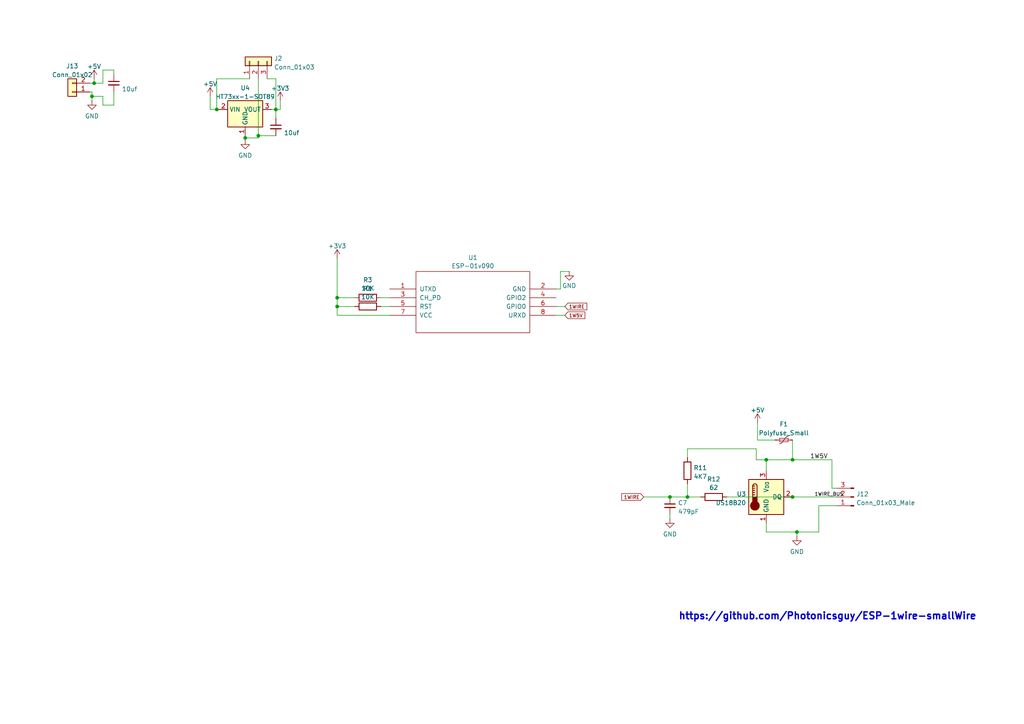
<source format=kicad_sch>
(kicad_sch (version 20250114) (generator "eeschema") (generator_version "9.0")
  (paper "A4")
  (polyline (pts (xy 191.3611 172.9393) (xy 190.9373 172.9393) (xy 190.9373 172.5155) (xy 191.3611 172.5155) (xy 191.3611 172.9393)) (stroke (width -0.0001) (type solid)) (fill (type outline)))
  (polyline (pts (xy 179.9189 179.2961) (xy 179.4951 179.2961) (xy 179.4951 178.8723) (xy 179.9189 178.8723) (xy 179.9189 179.2961)) (stroke (width -0.0001) (type solid)) (fill (type outline)))
  (polyline (pts (xy 182.4616 174.6345) (xy 182.0378 174.6345) (xy 182.0378 174.2107) (xy 182.4616 174.2107) (xy 182.4616 174.6345)) (stroke (width -0.0001) (type solid)) (fill (type outline)))
  (polyline (pts (xy 182.4616 178.4485) (xy 182.0378 178.4485) (xy 182.0378 178.0247) (xy 182.4616 178.0247) (xy 182.4616 178.4485)) (stroke (width -0.0001) (type solid)) (fill (type outline)))
  (polyline (pts (xy 184.1568 178.8723) (xy 183.733 178.8723) (xy 183.733 178.4485) (xy 184.1568 178.4485) (xy 184.1568 178.8723)) (stroke (width -0.0001) (type solid)) (fill (type outline)))
  (polyline (pts (xy 187.1232 169.9728) (xy 186.6995 169.9728) (xy 186.6995 169.5491) (xy 187.1232 169.5491) (xy 187.1232 169.9728)) (stroke (width -0.0001) (type solid)) (fill (type outline)))
  (polyline (pts (xy 180.7665 167.8539) (xy 180.3427 167.8539) (xy 180.3427 167.4301) (xy 180.7665 167.4301) (xy 180.7665 167.8539)) (stroke (width -0.0001) (type solid)) (fill (type outline)))
  (polyline (pts (xy 189.2422 167.8539) (xy 188.8184 167.8539) (xy 188.8184 167.4301) (xy 189.2422 167.4301) (xy 189.2422 167.8539)) (stroke (width -0.0001) (type solid)) (fill (type outline)))
  (polyline (pts (xy 188.3946 174.6345) (xy 187.9708 174.6345) (xy 187.9708 174.2107) (xy 188.3946 174.2107) (xy 188.3946 174.6345)) (stroke (width -0.0001) (type solid)) (fill (type outline)))
  (polyline (pts (xy 184.5805 170.8204) (xy 184.1568 170.8204) (xy 184.1568 170.3966) (xy 184.5805 170.3966) (xy 184.5805 170.8204)) (stroke (width -0.0001) (type solid)) (fill (type outline)))
  (polyline (pts (xy 184.1568 170.3966) (xy 183.733 170.3966) (xy 183.733 169.9728) (xy 184.1568 169.9728) (xy 184.1568 170.3966)) (stroke (width -0.0001) (type solid)) (fill (type outline)))
  (polyline (pts (xy 186.6995 174.2107) (xy 186.2757 174.2107) (xy 186.2757 173.7869) (xy 186.6995 173.7869) (xy 186.6995 174.2107)) (stroke (width -0.0001) (type solid)) (fill (type outline)))
  (polyline (pts (xy 189.6659 175.0582) (xy 189.2422 175.0582) (xy 189.2422 174.6345) (xy 189.6659 174.6345) (xy 189.6659 175.0582)) (stroke (width -0.0001) (type solid)) (fill (type outline)))
  (polyline (pts (xy 181.1903 178.4485) (xy 180.7665 178.4485) (xy 180.7665 178.0247) (xy 181.1903 178.0247) (xy 181.1903 178.4485)) (stroke (width -0.0001) (type solid)) (fill (type outline)))
  (polyline (pts (xy 180.3427 173.3631) (xy 179.9189 173.3631) (xy 179.9189 172.9393) (xy 180.3427 172.9393) (xy 180.3427 173.3631)) (stroke (width -0.0001) (type solid)) (fill (type outline)))
  (polyline (pts (xy 189.6659 178.4485) (xy 189.2422 178.4485) (xy 189.2422 178.0247) (xy 189.6659 178.0247) (xy 189.6659 178.4485)) (stroke (width -0.0001) (type solid)) (fill (type outline)))
  (polyline (pts (xy 184.5805 173.3631) (xy 184.1568 173.3631) (xy 184.1568 172.9393) (xy 184.5805 172.9393) (xy 184.5805 173.3631)) (stroke (width -0.0001) (type solid)) (fill (type outline)))
  (polyline (pts (xy 181.6141 175.0582) (xy 181.1903 175.0582) (xy 181.1903 174.6345) (xy 181.6141 174.6345) (xy 181.6141 175.0582)) (stroke (width -0.0001) (type solid)) (fill (type outline)))
  (polyline (pts (xy 191.3611 171.2442) (xy 190.9373 171.2442) (xy 190.9373 170.8204) (xy 191.3611 170.8204) (xy 191.3611 171.2442)) (stroke (width -0.0001) (type solid)) (fill (type outline)))
  (polyline (pts (xy 188.3946 176.7534) (xy 187.9708 176.7534) (xy 187.9708 176.3296) (xy 188.3946 176.3296) (xy 188.3946 176.7534)) (stroke (width -0.0001) (type solid)) (fill (type outline)))
  (polyline (pts (xy 187.9708 172.0918) (xy 187.547 172.0918) (xy 187.547 171.668) (xy 187.9708 171.668) (xy 187.9708 172.0918)) (stroke (width -0.0001) (type solid)) (fill (type outline)))
  (polyline (pts (xy 185.8519 173.3631) (xy 185.4281 173.3631) (xy 185.4281 172.9393) (xy 185.8519 172.9393) (xy 185.8519 173.3631)) (stroke (width -0.0001) (type solid)) (fill (type outline)))
  (polyline (pts (xy 181.6141 178.8723) (xy 181.1903 178.8723) (xy 181.1903 178.4485) (xy 181.6141 178.4485) (xy 181.6141 178.8723)) (stroke (width -0.0001) (type solid)) (fill (type outline)))
  (polyline (pts (xy 182.4616 176.3296) (xy 182.0378 176.3296) (xy 182.0378 175.9058) (xy 182.4616 175.9058) (xy 182.4616 176.3296)) (stroke (width -0.0001) (type solid)) (fill (type outline)))
  (polyline (pts (xy 183.3092 170.3966) (xy 182.8854 170.3966) (xy 182.8854 169.9728) (xy 183.3092 169.9728) (xy 183.3092 170.3966)) (stroke (width -0.0001) (type solid)) (fill (type outline)))
  (polyline (pts (xy 180.7665 169.5491) (xy 180.3427 169.5491) (xy 180.3427 169.1253) (xy 180.7665 169.1253) (xy 180.7665 169.5491)) (stroke (width -0.0001) (type solid)) (fill (type outline)))
  (polyline (pts (xy 186.2757 176.3296) (xy 185.8519 176.3296) (xy 185.8519 175.9058) (xy 186.2757 175.9058) (xy 186.2757 176.3296)) (stroke (width -0.0001) (type solid)) (fill (type outline)))
  (polyline (pts (xy 186.6995 167.8539) (xy 186.2757 167.8539) (xy 186.2757 167.4301) (xy 186.6995 167.4301) (xy 186.6995 167.8539)) (stroke (width -0.0001) (type solid)) (fill (type outline)))
  (polyline (pts (xy 189.2422 171.2442) (xy 188.8184 171.2442) (xy 188.8184 170.8204) (xy 189.2422 170.8204) (xy 189.2422 171.2442)) (stroke (width -0.0001) (type solid)) (fill (type outline)))
  (polyline (pts (xy 189.6659 174.6345) (xy 189.2422 174.6345) (xy 189.2422 174.2107) (xy 189.6659 174.2107) (xy 189.6659 174.6345)) (stroke (width -0.0001) (type solid)) (fill (type outline)))
  (polyline (pts (xy 185.0043 171.668) (xy 184.5805 171.668) (xy 184.5805 171.2442) (xy 185.0043 171.2442) (xy 185.0043 171.668)) (stroke (width -0.0001) (type solid)) (fill (type outline)))
  (polyline (pts (xy 188.3946 169.9728) (xy 187.9708 169.9728) (xy 187.9708 169.5491) (xy 188.3946 169.5491) (xy 188.3946 169.9728)) (stroke (width -0.0001) (type solid)) (fill (type outline)))
  (polyline (pts (xy 190.5135 172.0918) (xy 190.0897 172.0918) (xy 190.0897 171.668) (xy 190.5135 171.668) (xy 190.5135 172.0918)) (stroke (width -0.0001) (type solid)) (fill (type outline)))
  (polyline (pts (xy 191.7849 172.9393) (xy 191.3611 172.9393) (xy 191.3611 172.5155) (xy 191.7849 172.5155) (xy 191.7849 172.9393)) (stroke (width -0.0001) (type solid)) (fill (type outline)))
  (polyline (pts (xy 187.1232 172.0918) (xy 186.6995 172.0918) (xy 186.6995 171.668) (xy 187.1232 171.668) (xy 187.1232 172.0918)) (stroke (width -0.0001) (type solid)) (fill (type outline)))
  (polyline (pts (xy 182.4616 168.2777) (xy 182.0378 168.2777) (xy 182.0378 167.8539) (xy 182.4616 167.8539) (xy 182.4616 168.2777)) (stroke (width -0.0001) (type solid)) (fill (type outline)))
  (polyline (pts (xy 182.4616 178.8723) (xy 182.0378 178.8723) (xy 182.0378 178.4485) (xy 182.4616 178.4485) (xy 182.4616 178.8723)) (stroke (width -0.0001) (type solid)) (fill (type outline)))
  (polyline (pts (xy 182.4616 178.0247) (xy 182.0378 178.0247) (xy 182.0378 177.6009) (xy 182.4616 177.6009) (xy 182.4616 178.0247)) (stroke (width -0.0001) (type solid)) (fill (type outline)))
  (polyline (pts (xy 181.1903 175.9058) (xy 180.7665 175.9058) (xy 180.7665 175.482) (xy 181.1903 175.482) (xy 181.1903 175.9058)) (stroke (width -0.0001) (type solid)) (fill (type outline)))
  (polyline (pts (xy 188.3946 177.6009) (xy 187.9708 177.6009) (xy 187.9708 177.1772) (xy 188.3946 177.1772) (xy 188.3946 177.6009)) (stroke (width -0.0001) (type solid)) (fill (type outline)))
  (polyline (pts (xy 185.8519 172.0918) (xy 185.4281 172.0918) (xy 185.4281 171.668) (xy 185.8519 171.668) (xy 185.8519 172.0918)) (stroke (width -0.0001) (type solid)) (fill (type outline)))
  (polyline (pts (xy 188.3946 176.3296) (xy 187.9708 176.3296) (xy 187.9708 175.9058) (xy 188.3946 175.9058) (xy 188.3946 176.3296)) (stroke (width -0.0001) (type solid)) (fill (type outline)))
  (polyline (pts (xy 186.6995 177.1772) (xy 186.2757 177.1772) (xy 186.2757 176.7534) (xy 186.6995 176.7534) (xy 186.6995 177.1772)) (stroke (width -0.0001) (type solid)) (fill (type outline)))
  (polyline (pts (xy 181.1903 178.8723) (xy 180.7665 178.8723) (xy 180.7665 178.4485) (xy 181.1903 178.4485) (xy 181.1903 178.8723)) (stroke (width -0.0001) (type solid)) (fill (type outline)))
  (polyline (pts (xy 190.9373 173.7869) (xy 190.5135 173.7869) (xy 190.5135 173.3631) (xy 190.9373 173.3631) (xy 190.9373 173.7869)) (stroke (width -0.0001) (type solid)) (fill (type outline)))
  (polyline (pts (xy 188.3946 172.0918) (xy 187.9708 172.0918) (xy 187.9708 171.668) (xy 188.3946 171.668) (xy 188.3946 172.0918)) (stroke (width -0.0001) (type solid)) (fill (type outline)))
  (polyline (pts (xy 179.9189 174.6345) (xy 179.4951 174.6345) (xy 179.4951 174.2107) (xy 179.9189 174.2107) (xy 179.9189 174.6345)) (stroke (width -0.0001) (type solid)) (fill (type outline)))
  (polyline (pts (xy 187.547 170.8204) (xy 187.1232 170.8204) (xy 187.1232 170.3966) (xy 187.547 170.3966) (xy 187.547 170.8204)) (stroke (width -0.0001) (type solid)) (fill (type outline)))
  (polyline (pts (xy 189.2422 179.7199) (xy 188.8184 179.7199) (xy 188.8184 179.2961) (xy 189.2422 179.2961) (xy 189.2422 179.7199)) (stroke (width -0.0001) (type solid)) (fill (type outline)))
  (polyline (pts (xy 189.2422 169.9728) (xy 188.8184 169.9728) (xy 188.8184 169.5491) (xy 189.2422 169.5491) (xy 189.2422 169.9728)) (stroke (width -0.0001) (type solid)) (fill (type outline)))
  (polyline (pts (xy 181.6141 167.8539) (xy 181.1903 167.8539) (xy 181.1903 167.4301) (xy 181.6141 167.4301) (xy 181.6141 167.8539)) (stroke (width -0.0001) (type solid)) (fill (type outline)))
  (polyline (pts (xy 181.6141 172.9393) (xy 181.1903 172.9393) (xy 181.1903 172.5155) (xy 181.6141 172.5155) (xy 181.6141 172.9393)) (stroke (width -0.0001) (type solid)) (fill (type outline)))
  (polyline (pts (xy 180.7665 178.4485) (xy 180.3427 178.4485) (xy 180.3427 178.0247) (xy 180.7665 178.0247) (xy 180.7665 178.4485)) (stroke (width -0.0001) (type solid)) (fill (type outline)))
  (polyline (pts (xy 184.1568 178.0247) (xy 183.733 178.0247) (xy 183.733 177.6009) (xy 184.1568 177.6009) (xy 184.1568 178.0247)) (stroke (width -0.0001) (type solid)) (fill (type outline)))
  (polyline (pts (xy 188.8184 179.2961) (xy 188.3946 179.2961) (xy 188.3946 178.8723) (xy 188.8184 178.8723) (xy 188.8184 179.2961)) (stroke (width -0.0001) (type solid)) (fill (type outline)))
  (polyline (pts (xy 185.0043 179.2961) (xy 184.5805 179.2961) (xy 184.5805 178.8723) (xy 185.0043 178.8723) (xy 185.0043 179.2961)) (stroke (width -0.0001) (type solid)) (fill (type outline)))
  (polyline (pts (xy 191.7849 169.9728) (xy 191.3611 169.9728) (xy 191.3611 169.5491) (xy 191.7849 169.5491) (xy 191.7849 169.9728)) (stroke (width -0.0001) (type solid)) (fill (type outline)))
  (polyline (pts (xy 189.2422 176.3296) (xy 188.8184 176.3296) (xy 188.8184 175.9058) (xy 189.2422 175.9058) (xy 189.2422 176.3296)) (stroke (width -0.0001) (type solid)) (fill (type outline)))
  (polyline (pts (xy 188.3946 178.4485) (xy 187.9708 178.4485) (xy 187.9708 178.0247) (xy 188.3946 178.0247) (xy 188.3946 178.4485)) (stroke (width -0.0001) (type solid)) (fill (type outline)))
  (polyline (pts (xy 182.0378 179.7199) (xy 181.6141 179.7199) (xy 181.6141 179.2961) (xy 182.0378 179.2961) (xy 182.0378 179.7199)) (stroke (width -0.0001) (type solid)) (fill (type outline)))
  (polyline (pts (xy 186.6995 170.8204) (xy 186.2757 170.8204) (xy 186.2757 170.3966) (xy 186.6995 170.3966) (xy 186.6995 170.8204)) (stroke (width -0.0001) (type solid)) (fill (type outline)))
  (polyline (pts (xy 190.0897 172.0918) (xy 189.6659 172.0918) (xy 189.6659 171.668) (xy 190.0897 171.668) (xy 190.0897 172.0918)) (stroke (width -0.0001) (type solid)) (fill (type outline)))
  (polyline (pts (xy 190.9373 167.8539) (xy 190.5135 167.8539) (xy 190.5135 167.4301) (xy 190.9373 167.4301) (xy 190.9373 167.8539)) (stroke (width -0.0001) (type solid)) (fill (type outline)))
  (polyline (pts (xy 187.1232 173.7869) (xy 186.6995 173.7869) (xy 186.6995 173.3631) (xy 187.1232 173.3631) (xy 187.1232 173.7869)) (stroke (width -0.0001) (type solid)) (fill (type outline)))
  (polyline (pts (xy 190.5135 168.7015) (xy 190.0897 168.7015) (xy 190.0897 168.2777) (xy 190.5135 168.2777) (xy 190.5135 168.7015)) (stroke (width -0.0001) (type solid)) (fill (type outline)))
  (polyline (pts (xy 180.3427 170.3966) (xy 179.9189 170.3966) (xy 179.9189 169.9728) (xy 180.3427 169.9728) (xy 180.3427 170.3966)) (stroke (width -0.0001) (type solid)) (fill (type outline)))
  (polyline (pts (xy 183.733 169.1253) (xy 183.3092 169.1253) (xy 183.3092 168.7015) (xy 183.733 168.7015) (xy 183.733 169.1253)) (stroke (width -0.0001) (type solid)) (fill (type outline)))
  (polyline (pts (xy 185.8519 169.1253) (xy 185.4281 169.1253) (xy 185.4281 168.7015) (xy 185.8519 168.7015) (xy 185.8519 169.1253)) (stroke (width -0.0001) (type solid)) (fill (type outline)))
  (polyline (pts (xy 180.3427 171.668) (xy 179.9189 171.668) (xy 179.9189 171.2442) (xy 180.3427 171.2442) (xy 180.3427 171.668)) (stroke (width -0.0001) (type solid)) (fill (type outline)))
  (polyline (pts (xy 186.2757 170.8204) (xy 185.8519 170.8204) (xy 185.8519 170.3966) (xy 186.2757 170.3966) (xy 186.2757 170.8204)) (stroke (width -0.0001) (type solid)) (fill (type outline)))
  (polyline (pts (xy 182.4616 171.2442) (xy 182.0378 171.2442) (xy 182.0378 170.8204) (xy 182.4616 170.8204) (xy 182.4616 171.2442)) (stroke (width -0.0001) (type solid)) (fill (type outline)))
  (polyline (pts (xy 181.6141 169.5491) (xy 181.1903 169.5491) (xy 181.1903 169.1253) (xy 181.6141 169.1253) (xy 181.6141 169.5491)) (stroke (width -0.0001) (type solid)) (fill (type outline)))
  (polyline (pts (xy 184.1568 173.7869) (xy 183.733 173.7869) (xy 183.733 173.3631) (xy 184.1568 173.3631) (xy 184.1568 173.7869)) (stroke (width -0.0001) (type solid)) (fill (type outline)))
  (polyline (pts (xy 188.8184 175.9058) (xy 188.3946 175.9058) (xy 188.3946 175.482) (xy 188.8184 175.482) (xy 188.8184 175.9058)) (stroke (width -0.0001) (type solid)) (fill (type outline)))
  (polyline (pts (xy 187.547 169.9728) (xy 187.1232 169.9728) (xy 187.1232 169.5491) (xy 187.547 169.5491) (xy 187.547 169.9728)) (stroke (width -0.0001) (type solid)) (fill (type outline)))
  (polyline (pts (xy 183.3092 176.3296) (xy 182.8854 176.3296) (xy 182.8854 175.9058) (xy 183.3092 175.9058) (xy 183.3092 176.3296)) (stroke (width -0.0001) (type solid)) (fill (type outline)))
  (polyline (pts (xy 186.2757 175.0582) (xy 185.8519 175.0582) (xy 185.8519 174.6345) (xy 186.2757 174.6345) (xy 186.2757 175.0582)) (stroke (width -0.0001) (type solid)) (fill (type outline)))
  (polyline (pts (xy 182.4616 173.7869) (xy 182.0378 173.7869) (xy 182.0378 173.3631) (xy 182.4616 173.3631) (xy 182.4616 173.7869)) (stroke (width -0.0001) (type solid)) (fill (type outline)))
  (polyline (pts (xy 183.733 175.9058) (xy 183.3092 175.9058) (xy 183.3092 175.482) (xy 183.733 175.482) (xy 183.733 175.9058)) (stroke (width -0.0001) (type solid)) (fill (type outline)))
  (polyline (pts (xy 179.9189 168.2777) (xy 179.4951 168.2777) (xy 179.4951 167.8539) (xy 179.9189 167.8539) (xy 179.9189 168.2777)) (stroke (width -0.0001) (type solid)) (fill (type outline)))
  (polyline (pts (xy 190.9373 178.4485) (xy 190.5135 178.4485) (xy 190.5135 178.0247) (xy 190.9373 178.0247) (xy 190.9373 178.4485)) (stroke (width -0.0001) (type solid)) (fill (type outline)))
  (polyline (pts (xy 191.3611 167.8539) (xy 190.9373 167.8539) (xy 190.9373 167.4301) (xy 191.3611 167.4301) (xy 191.3611 167.8539)) (stroke (width -0.0001) (type solid)) (fill (type outline)))
  (polyline (pts (xy 186.2757 171.668) (xy 185.8519 171.668) (xy 185.8519 171.2442) (xy 186.2757 171.2442) (xy 186.2757 171.668)) (stroke (width -0.0001) (type solid)) (fill (type outline)))
  (polyline (pts (xy 187.1232 179.2961) (xy 186.6995 179.2961) (xy 186.6995 178.8723) (xy 187.1232 178.8723) (xy 187.1232 179.2961)) (stroke (width -0.0001) (type solid)) (fill (type outline)))
  (polyline (pts (xy 189.6659 178.0247) (xy 189.2422 178.0247) (xy 189.2422 177.6009) (xy 189.6659 177.6009) (xy 189.6659 178.0247)) (stroke (width -0.0001) (type solid)) (fill (type outline)))
  (polyline (pts (xy 190.9373 172.5155) (xy 190.5135 172.5155) (xy 190.5135 172.0918) (xy 190.9373 172.0918) (xy 190.9373 172.5155)) (stroke (width -0.0001) (type solid)) (fill (type outline)))
  (polyline (pts (xy 179.9189 177.6009) (xy 179.4951 177.6009) (xy 179.4951 177.1772) (xy 179.9189 177.1772) (xy 179.9189 177.6009)) (stroke (width -0.0001) (type solid)) (fill (type outline)))
  (polyline (pts (xy 181.1903 173.3631) (xy 180.7665 173.3631) (xy 180.7665 172.9393) (xy 181.1903 172.9393) (xy 181.1903 173.3631)) (stroke (width -0.0001) (type solid)) (fill (type outline)))
  (polyline (pts (xy 185.0043 178.4485) (xy 184.5805 178.4485) (xy 184.5805 178.0247) (xy 185.0043 178.0247) (xy 185.0043 178.4485)) (stroke (width -0.0001) (type solid)) (fill (type outline)))
  (polyline (pts (xy 183.733 174.6345) (xy 183.3092 174.6345) (xy 183.3092 174.2107) (xy 183.733 174.2107) (xy 183.733 174.6345)) (stroke (width -0.0001) (type solid)) (fill (type outline)))
  (polyline (pts (xy 180.7665 177.1772) (xy 180.3427 177.1772) (xy 180.3427 176.7534) (xy 180.7665 176.7534) (xy 180.7665 177.1772)) (stroke (width -0.0001) (type solid)) (fill (type outline)))
  (polyline (pts (xy 187.547 176.7534) (xy 187.1232 176.7534) (xy 187.1232 176.3296) (xy 187.547 176.3296) (xy 187.547 176.7534)) (stroke (width -0.0001) (type solid)) (fill (type outline)))
  (polyline (pts (xy 179.9189 169.9728) (xy 179.4951 169.9728) (xy 179.4951 169.5491) (xy 179.9189 169.5491) (xy 179.9189 169.9728)) (stroke (width -0.0001) (type solid)) (fill (type outline)))
  (polyline (pts (xy 179.9189 176.3296) (xy 179.4951 176.3296) (xy 179.4951 175.9058) (xy 179.9189 175.9058) (xy 179.9189 176.3296)) (stroke (width -0.0001) (type solid)) (fill (type outline)))
  (polyline (pts (xy 183.3092 169.9728) (xy 182.8854 169.9728) (xy 182.8854 169.5491) (xy 183.3092 169.5491) (xy 183.3092 169.9728)) (stroke (width -0.0001) (type solid)) (fill (type outline)))
  (polyline (pts (xy 182.4616 168.7015) (xy 182.0378 168.7015) (xy 182.0378 168.2777) (xy 182.4616 168.2777) (xy 182.4616 168.7015)) (stroke (width -0.0001) (type solid)) (fill (type outline)))
  (polyline (pts (xy 180.7665 179.7199) (xy 180.3427 179.7199) (xy 180.3427 179.2961) (xy 180.7665 179.2961) (xy 180.7665 179.7199)) (stroke (width -0.0001) (type solid)) (fill (type outline)))
  (polyline (pts (xy 190.0897 179.2961) (xy 189.6659 179.2961) (xy 189.6659 178.8723) (xy 190.0897 178.8723) (xy 190.0897 179.2961)) (stroke (width -0.0001) (type solid)) (fill (type outline)))
  (polyline (pts (xy 179.9189 177.1772) (xy 179.4951 177.1772) (xy 179.4951 176.7534) (xy 179.9189 176.7534) (xy 179.9189 177.1772)) (stroke (width -0.0001) (type solid)) (fill (type outline)))
  (polyline (pts (xy 187.1232 168.7015) (xy 186.6995 168.7015) (xy 186.6995 168.2777) (xy 187.1232 168.2777) (xy 187.1232 168.7015)) (stroke (width -0.0001) (type solid)) (fill (type outline)))
  (polyline (pts (xy 191.3611 179.2961) (xy 190.9373 179.2961) (xy 190.9373 178.8723) (xy 191.3611 178.8723) (xy 191.3611 179.2961)) (stroke (width -0.0001) (type solid)) (fill (type outline)))
  (polyline (pts (xy 188.8184 174.2107) (xy 188.3946 174.2107) (xy 188.3946 173.7869) (xy 188.8184 173.7869) (xy 188.8184 174.2107)) (stroke (width -0.0001) (type solid)) (fill (type outline)))
  (polyline (pts (xy 181.1903 179.7199) (xy 180.7665 179.7199) (xy 180.7665 179.2961) (xy 181.1903 179.2961) (xy 181.1903 179.7199)) (stroke (width -0.0001) (type solid)) (fill (type outline)))
  (polyline (pts (xy 181.1903 177.1772) (xy 180.7665 177.1772) (xy 180.7665 176.7534) (xy 181.1903 176.7534) (xy 181.1903 177.1772)) (stroke (width -0.0001) (type solid)) (fill (type outline)))
  (polyline (pts (xy 185.0043 179.7199) (xy 184.5805 179.7199) (xy 184.5805 179.2961) (xy 185.0043 179.2961) (xy 185.0043 179.7199)) (stroke (width -0.0001) (type solid)) (fill (type outline)))
  (polyline (pts (xy 184.1568 177.1772) (xy 183.733 177.1772) (xy 183.733 176.7534) (xy 184.1568 176.7534) (xy 184.1568 177.1772)) (stroke (width -0.0001) (type solid)) (fill (type outline)))
  (polyline (pts (xy 189.2422 175.0582) (xy 188.8184 175.0582) (xy 188.8184 174.6345) (xy 189.2422 174.6345) (xy 189.2422 175.0582)) (stroke (width -0.0001) (type solid)) (fill (type outline)))
  (polyline (pts (xy 186.6995 179.7199) (xy 186.2757 179.7199) (xy 186.2757 179.2961) (xy 186.6995 179.2961) (xy 186.6995 179.7199)) (stroke (width -0.0001) (type solid)) (fill (type outline)))
  (polyline (pts (xy 185.0043 169.1253) (xy 184.5805 169.1253) (xy 184.5805 168.7015) (xy 185.0043 168.7015) (xy 185.0043 169.1253)) (stroke (width -0.0001) (type solid)) (fill (type outline)))
  (polyline (pts (xy 190.9373 169.1253) (xy 190.5135 169.1253) (xy 190.5135 168.7015) (xy 190.9373 168.7015) (xy 190.9373 169.1253)) (stroke (width -0.0001) (type solid)) (fill (type outline)))
  (polyline (pts (xy 189.6659 176.3296) (xy 189.2422 176.3296) (xy 189.2422 175.9058) (xy 189.6659 175.9058) (xy 189.6659 176.3296)) (stroke (width -0.0001) (type solid)) (fill (type outline)))
  (polyline (pts (xy 183.733 169.5491) (xy 183.3092 169.5491) (xy 183.3092 169.1253) (xy 183.733 169.1253) (xy 183.733 169.5491)) (stroke (width -0.0001) (type solid)) (fill (type outline)))
  (polyline (pts (xy 187.1232 176.7534) (xy 186.6995 176.7534) (xy 186.6995 176.3296) (xy 187.1232 176.3296) (xy 187.1232 176.7534)) (stroke (width -0.0001) (type solid)) (fill (type outline)))
  (polyline (pts (xy 190.9373 176.7534) (xy 190.5135 176.7534) (xy 190.5135 176.3296) (xy 190.9373 176.3296) (xy 190.9373 176.7534)) (stroke (width -0.0001) (type solid)) (fill (type outline)))
  (polyline (pts (xy 190.5135 170.3966) (xy 190.0897 170.3966) (xy 190.0897 169.9728) (xy 190.5135 169.9728) (xy 190.5135 170.3966)) (stroke (width -0.0001) (type solid)) (fill (type outline)))
  (polyline (pts (xy 182.4616 172.9393) (xy 182.0378 172.9393) (xy 182.0378 172.5155) (xy 182.4616 172.5155) (xy 182.4616 172.9393)) (stroke (width -0.0001) (type solid)) (fill (type outline)))
  (polyline (pts (xy 181.1903 174.6345) (xy 180.7665 174.6345) (xy 180.7665 174.2107) (xy 181.1903 174.2107) (xy 181.1903 174.6345)) (stroke (width -0.0001) (type solid)) (fill (type outline)))
  (polyline (pts (xy 189.2422 178.0247) (xy 188.8184 178.0247) (xy 188.8184 177.6009) (xy 189.2422 177.6009) (xy 189.2422 178.0247)) (stroke (width -0.0001) (type solid)) (fill (type outline)))
  (polyline (pts (xy 183.3092 179.2961) (xy 182.8854 179.2961) (xy 182.8854 178.8723) (xy 183.3092 178.8723) (xy 183.3092 179.2961)) (stroke (width -0.0001) (type solid)) (fill (type outline)))
  (polyline (pts (xy 182.4616 177.1772) (xy 182.0378 177.1772) (xy 182.0378 176.7534) (xy 182.4616 176.7534) (xy 182.4616 177.1772)) (stroke (width -0.0001) (type solid)) (fill (type outline)))
  (polyline (pts (xy 190.5135 171.668) (xy 190.0897 171.668) (xy 190.0897 171.2442) (xy 190.5135 171.2442) (xy 190.5135 171.668)) (stroke (width -0.0001) (type solid)) (fill (type outline)))
  (polyline (pts (xy 188.3946 177.1772) (xy 187.9708 177.1772) (xy 187.9708 176.7534) (xy 188.3946 176.7534) (xy 188.3946 177.1772)) (stroke (width -0.0001) (type solid)) (fill (type outline)))
  (polyline (pts (xy 179.9189 171.2442) (xy 179.4951 171.2442) (xy 179.4951 170.8204) (xy 179.9189 170.8204) (xy 179.9189 171.2442)) (stroke (width -0.0001) (type solid)) (fill (type outline)))
  (polyline (pts (xy 190.0897 170.3966) (xy 189.6659 170.3966) (xy 189.6659 169.9728) (xy 190.0897 169.9728) (xy 190.0897 170.3966)) (stroke (width -0.0001) (type solid)) (fill (type outline)))
  (polyline (pts (xy 189.6659 167.8539) (xy 189.2422 167.8539) (xy 189.2422 167.4301) (xy 189.6659 167.4301) (xy 189.6659 167.8539)) (stroke (width -0.0001) (type solid)) (fill (type outline)))
  (polyline (pts (xy 187.547 177.1772) (xy 187.1232 177.1772) (xy 187.1232 176.7534) (xy 187.547 176.7534) (xy 187.547 177.1772)) (stroke (width -0.0001) (type solid)) (fill (type outline)))
  (polyline (pts (xy 191.3611 173.7869) (xy 190.9373 173.7869) (xy 190.9373 173.3631) (xy 191.3611 173.3631) (xy 191.3611 173.7869)) (stroke (width -0.0001) (type solid)) (fill (type outline)))
  (polyline (pts (xy 191.7849 175.0582) (xy 191.3611 175.0582) (xy 191.3611 174.6345) (xy 191.7849 174.6345) (xy 191.7849 175.0582)) (stroke (width -0.0001) (type solid)) (fill (type outline)))
  (polyline (pts (xy 187.1232 174.2107) (xy 186.6995 174.2107) (xy 186.6995 173.7869) (xy 187.1232 173.7869) (xy 187.1232 174.2107)) (stroke (width -0.0001) (type solid)) (fill (type outline)))
  (polyline (pts (xy 187.9708 171.2442) (xy 187.547 171.2442) (xy 187.547 170.8204) (xy 187.9708 170.8204) (xy 187.9708 171.2442)) (stroke (width -0.0001) (type solid)) (fill (type outline)))
  (polyline (pts (xy 184.1568 172.5155) (xy 183.733 172.5155) (xy 183.733 172.0918) (xy 184.1568 172.0918) (xy 184.1568 172.5155)) (stroke (width -0.0001) (type solid)) (fill (type outline)))
  (polyline (pts (xy 185.4281 172.0918) (xy 185.0043 172.0918) (xy 185.0043 171.668) (xy 185.4281 171.668) (xy 185.4281 172.0918)) (stroke (width -0.0001) (type solid)) (fill (type outline)))
  (polyline (pts (xy 182.4616 167.8539) (xy 182.0378 167.8539) (xy 182.0378 167.4301) (xy 182.4616 167.4301) (xy 182.4616 167.8539)) (stroke (width -0.0001) (type solid)) (fill (type outline)))
  (polyline (pts (xy 185.0043 171.2442) (xy 184.5805 171.2442) (xy 184.5805 170.8204) (xy 185.0043 170.8204) (xy 185.0043 171.2442)) (stroke (width -0.0001) (type solid)) (fill (type outline)))
  (polyline (pts (xy 184.5805 173.7869) (xy 184.1568 173.7869) (xy 184.1568 173.3631) (xy 184.5805 173.3631) (xy 184.5805 173.7869)) (stroke (width -0.0001) (type solid)) (fill (type outline)))
  (polyline (pts (xy 182.4616 175.482) (xy 182.0378 175.482) (xy 182.0378 175.0582) (xy 182.4616 175.0582) (xy 182.4616 175.482)) (stroke (width -0.0001) (type solid)) (fill (type outline)))
  (polyline (pts (xy 188.8184 172.0918) (xy 188.3946 172.0918) (xy 188.3946 171.668) (xy 188.8184 171.668) (xy 188.8184 172.0918)) (stroke (width -0.0001) (type solid)) (fill (type outline)))
  (polyline (pts (xy 187.547 175.9058) (xy 187.1232 175.9058) (xy 187.1232 175.482) (xy 187.547 175.482) (xy 187.547 175.9058)) (stroke (width -0.0001) (type solid)) (fill (type outline)))
  (polyline (pts (xy 187.1232 175.482) (xy 186.6995 175.482) (xy 186.6995 175.0582) (xy 187.1232 175.0582) (xy 187.1232 175.482)) (stroke (width -0.0001) (type solid)) (fill (type outline)))
  (polyline (pts (xy 190.0897 177.6009) (xy 189.6659 177.6009) (xy 189.6659 177.1772) (xy 190.0897 177.1772) (xy 190.0897 177.6009)) (stroke (width -0.0001) (type solid)) (fill (type outline)))
  (polyline (pts (xy 188.3946 173.7869) (xy 187.9708 173.7869) (xy 187.9708 173.3631) (xy 188.3946 173.3631) (xy 188.3946 173.7869)) (stroke (width -0.0001) (type solid)) (fill (type outline)))
  (polyline (pts (xy 184.1568 172.9393) (xy 183.733 172.9393) (xy 183.733 172.5155) (xy 184.1568 172.5155) (xy 184.1568 172.9393)) (stroke (width -0.0001) (type solid)) (fill (type outline)))
  (polyline (pts (xy 191.3611 175.9058) (xy 190.9373 175.9058) (xy 190.9373 175.482) (xy 191.3611 175.482) (xy 191.3611 175.9058)) (stroke (width -0.0001) (type solid)) (fill (type outline)))
  (polyline (pts (xy 184.5805 175.0582) (xy 184.1568 175.0582) (xy 184.1568 174.6345) (xy 184.5805 174.6345) (xy 184.5805 175.0582)) (stroke (width -0.0001) (type solid)) (fill (type outline)))
  (polyline (pts (xy 188.3946 174.2107) (xy 187.9708 174.2107) (xy 187.9708 173.7869) (xy 188.3946 173.7869) (xy 188.3946 174.2107)) (stroke (width -0.0001) (type solid)) (fill (type outline)))
  (polyline (pts (xy 190.5135 177.6009) (xy 190.0897 177.6009) (xy 190.0897 177.1772) (xy 190.5135 177.1772) (xy 190.5135 177.6009)) (stroke (width -0.0001) (type solid)) (fill (type outline)))
  (polyline (pts (xy 191.7849 171.668) (xy 191.3611 171.668) (xy 191.3611 171.2442) (xy 191.7849 171.2442) (xy 191.7849 171.668)) (stroke (width -0.0001) (type solid)) (fill (type outline)))
  (polyline (pts (xy 185.4281 172.5155) (xy 185.0043 172.5155) (xy 185.0043 172.0918) (xy 185.4281 172.0918) (xy 185.4281 172.5155)) (stroke (width -0.0001) (type solid)) (fill (type outline)))
  (polyline (pts (xy 182.8854 172.0918) (xy 182.4616 172.0918) (xy 182.4616 171.668) (xy 182.8854 171.668) (xy 182.8854 172.0918)) (stroke (width -0.0001) (type solid)) (fill (type outline)))
  (polyline (pts (xy 190.5135 178.4485) (xy 190.0897 178.4485) (xy 190.0897 178.0247) (xy 190.5135 178.0247) (xy 190.5135 178.4485)) (stroke (width -0.0001) (type solid)) (fill (type outline)))
  (polyline (pts (xy 185.0043 169.9728) (xy 184.5805 169.9728) (xy 184.5805 169.5491) (xy 185.0043 169.5491) (xy 185.0043 169.9728)) (stroke (width -0.0001) (type solid)) (fill (type outline)))
  (polyline (pts (xy 189.6659 175.482) (xy 189.2422 175.482) (xy 189.2422 175.0582) (xy 189.6659 175.0582) (xy 189.6659 175.482)) (stroke (width -0.0001) (type solid)) (fill (type outline)))
  (polyline (pts (xy 187.547 168.7015) (xy 187.1232 168.7015) (xy 187.1232 168.2777) (xy 187.547 168.2777) (xy 187.547 168.7015)) (stroke (width -0.0001) (type solid)) (fill (type outline)))
  (polyline (pts (xy 190.0897 175.9058) (xy 189.6659 175.9058) (xy 189.6659 175.482) (xy 190.0897 175.482) (xy 190.0897 175.9058)) (stroke (width -0.0001) (type solid)) (fill (type outline)))
  (polyline (pts (xy 187.1232 170.8204) (xy 186.6995 170.8204) (xy 186.6995 170.3966) (xy 187.1232 170.3966) (xy 187.1232 170.8204)) (stroke (width -0.0001) (type solid)) (fill (type outline)))
  (polyline (pts (xy 183.733 173.7869) (xy 183.3092 173.7869) (xy 183.3092 173.3631) (xy 183.733 173.3631) (xy 183.733 173.7869)) (stroke (width -0.0001) (type solid)) (fill (type outline)))
  (polyline (pts (xy 191.7849 175.482) (xy 191.3611 175.482) (xy 191.3611 175.0582) (xy 191.7849 175.0582) (xy 191.7849 175.482)) (stroke (width -0.0001) (type solid)) (fill (type outline)))
  (polyline (pts (xy 183.3092 173.7869) (xy 182.8854 173.7869) (xy 182.8854 173.3631) (xy 183.3092 173.3631) (xy 183.3092 173.7869)) (stroke (width -0.0001) (type solid)) (fill (type outline)))
  (polyline (pts (xy 186.2757 177.6009) (xy 185.8519 177.6009) (xy 185.8519 177.1772) (xy 186.2757 177.1772) (xy 186.2757 177.6009)) (stroke (width -0.0001) (type solid)) (fill (type outline)))
  (polyline (pts (xy 189.6659 171.2442) (xy 189.2422 171.2442) (xy 189.2422 170.8204) (xy 189.6659 170.8204) (xy 189.6659 171.2442)) (stroke (width -0.0001) (type solid)) (fill (type outline)))
  (polyline (pts (xy 191.3611 172.5155) (xy 190.9373 172.5155) (xy 190.9373 172.0918) (xy 191.3611 172.0918) (xy 191.3611 172.5155)) (stroke (width -0.0001) (type solid)) (fill (type outline)))
  (polyline (pts (xy 187.547 175.482) (xy 187.1232 175.482) (xy 187.1232 175.0582) (xy 187.547 175.0582) (xy 187.547 175.482)) (stroke (width -0.0001) (type solid)) (fill (type outline)))
  (polyline (pts (xy 184.1568 175.9058) (xy 183.733 175.9058) (xy 183.733 175.482) (xy 184.1568 175.482) (xy 184.1568 175.9058)) (stroke (width -0.0001) (type solid)) (fill (type outline)))
  (polyline (pts (xy 181.6141 177.1772) (xy 181.1903 177.1772) (xy 181.1903 176.7534) (xy 181.6141 176.7534) (xy 181.6141 177.1772)) (stroke (width -0.0001) (type solid)) (fill (type outline)))
  (polyline (pts (xy 191.3611 170.3966) (xy 190.9373 170.3966) (xy 190.9373 169.9728) (xy 191.3611 169.9728) (xy 191.3611 170.3966)) (stroke (width -0.0001) (type solid)) (fill (type outline)))
  (polyline (pts (xy 185.8519 175.9058) (xy 185.4281 175.9058) (xy 185.4281 175.482) (xy 185.8519 175.482) (xy 185.8519 175.9058)) (stroke (width -0.0001) (type solid)) (fill (type outline)))
  (polyline (pts (xy 182.0378 167.8539) (xy 181.6141 167.8539) (xy 181.6141 167.4301) (xy 182.0378 167.4301) (xy 182.0378 167.8539)) (stroke (width -0.0001) (type solid)) (fill (type outline)))
  (polyline (pts (xy 187.547 179.2961) (xy 187.1232 179.2961) (xy 187.1232 178.8723) (xy 187.547 178.8723) (xy 187.547 179.2961)) (stroke (width -0.0001) (type solid)) (fill (type outline)))
  (polyline (pts (xy 182.8854 171.2442) (xy 182.4616 171.2442) (xy 182.4616 170.8204) (xy 182.8854 170.8204) (xy 182.8854 171.2442)) (stroke (width -0.0001) (type solid)) (fill (type outline)))
  (polyline (pts (xy 186.6995 175.0582) (xy 186.2757 175.0582) (xy 186.2757 174.6345) (xy 186.6995 174.6345) (xy 186.6995 175.0582)) (stroke (width -0.0001) (type solid)) (fill (type outline)))
  (polyline (pts (xy 189.6659 170.3966) (xy 189.2422 170.3966) (xy 189.2422 169.9728) (xy 189.6659 169.9728) (xy 189.6659 170.3966)) (stroke (width -0.0001) (type solid)) (fill (type outline)))
  (polyline (pts (xy 184.5805 174.2107) (xy 184.1568 174.2107) (xy 184.1568 173.7869) (xy 184.5805 173.7869) (xy 184.5805 174.2107)) (stroke (width -0.0001) (type solid)) (fill (type outline)))
  (polyline (pts (xy 184.5805 167.8539) (xy 184.1568 167.8539) (xy 184.1568 167.4301) (xy 184.5805 167.4301) (xy 184.5805 167.8539)) (stroke (width -0.0001) (type solid)) (fill (type outline)))
  (polyline (pts (xy 190.5135 173.7869) (xy 190.0897 173.7869) (xy 190.0897 173.3631) (xy 190.5135 173.3631) (xy 190.5135 173.7869)) (stroke (width -0.0001) (type solid)) (fill (type outline)))
  (polyline (pts (xy 187.547 169.5491) (xy 187.1232 169.5491) (xy 187.1232 169.1253) (xy 187.547 169.1253) (xy 187.547 169.5491)) (stroke (width -0.0001) (type solid)) (fill (type outline)))
  (polyline (pts (xy 187.547 174.2107) (xy 187.1232 174.2107) (xy 187.1232 173.7869) (xy 187.547 173.7869) (xy 187.547 174.2107)) (stroke (width -0.0001) (type solid)) (fill (type outline)))
  (polyline (pts (xy 180.3427 171.2442) (xy 179.9189 171.2442) (xy 179.9189 170.8204) (xy 180.3427 170.8204) (xy 180.3427 171.2442)) (stroke (width -0.0001) (type solid)) (fill (type outline)))
  (polyline (pts (xy 180.7665 168.7015) (xy 180.3427 168.7015) (xy 180.3427 168.2777) (xy 180.7665 168.2777) (xy 180.7665 168.7015)) (stroke (width -0.0001) (type solid)) (fill (type outline)))
  (polyline (pts (xy 182.4616 169.9728) (xy 182.0378 169.9728) (xy 182.0378 169.5491) (xy 182.4616 169.5491) (xy 182.4616 169.9728)) (stroke (width -0.0001) (type solid)) (fill (type outline)))
  (polyline (pts (xy 185.0043 176.7534) (xy 184.5805 176.7534) (xy 184.5805 176.3296) (xy 185.0043 176.3296) (xy 185.0043 176.7534)) (stroke (width -0.0001) (type solid)) (fill (type outline)))
  (polyline (pts (xy 191.7849 178.8723) (xy 191.3611 178.8723) (xy 191.3611 178.4485) (xy 191.7849 178.4485) (xy 191.7849 178.8723)) (stroke (width -0.0001) (type solid)) (fill (type outline)))
  (polyline (pts (xy 191.7849 167.8539) (xy 191.3611 167.8539) (xy 191.3611 167.4301) (xy 191.7849 167.4301) (xy 191.7849 167.8539)) (stroke (width -0.0001) (type solid)) (fill (type outline)))
  (polyline (pts (xy 181.1903 169.1253) (xy 180.7665 169.1253) (xy 180.7665 168.7015) (xy 181.1903 168.7015) (xy 181.1903 169.1253)) (stroke (width -0.0001) (type solid)) (fill (type outline)))
  (polyline (pts (xy 183.3092 175.9058) (xy 182.8854 175.9058) (xy 182.8854 175.482) (xy 183.3092 175.482) (xy 183.3092 175.9058)) (stroke (width -0.0001) (type solid)) (fill (type outline)))
  (polyline (pts (xy 184.1568 167.8539) (xy 183.733 167.8539) (xy 183.733 167.4301) (xy 184.1568 167.4301) (xy 184.1568 167.8539)) (stroke (width -0.0001) (type solid)) (fill (type outline)))
  (polyline (pts (xy 182.4616 169.1253) (xy 182.0378 169.1253) (xy 182.0378 168.7015) (xy 182.4616 168.7015) (xy 182.4616 169.1253)) (stroke (width -0.0001) (type solid)) (fill (type outline)))
  (polyline (pts (xy 191.7849 170.3966) (xy 191.3611 170.3966) (xy 191.3611 169.9728) (xy 191.7849 169.9728) (xy 191.7849 170.3966)) (stroke (width -0.0001) (type solid)) (fill (type outline)))
  (polyline (pts (xy 185.0043 175.482) (xy 184.5805 175.482) (xy 184.5805 175.0582) (xy 185.0043 175.0582) (xy 185.0043 175.482)) (stroke (width -0.0001) (type solid)) (fill (type outline)))
  (polyline (pts (xy 180.3427 173.7869) (xy 179.9189 173.7869) (xy 179.9189 173.3631) (xy 180.3427 173.3631) (xy 180.3427 173.7869)) (stroke (width -0.0001) (type solid)) (fill (type outline)))
  (polyline (pts (xy 186.2757 169.5491) (xy 185.8519 169.5491) (xy 185.8519 169.1253) (xy 186.2757 169.1253) (xy 186.2757 169.5491)) (stroke (width -0.0001) (type solid)) (fill (type outline)))
  (polyline (pts (xy 188.3946 170.3966) (xy 187.9708 170.3966) (xy 187.9708 169.9728) (xy 188.3946 169.9728) (xy 188.3946 170.3966)) (stroke (width -0.0001) (type solid)) (fill (type outline)))
  (polyline (pts (xy 181.6141 173.7869) (xy 181.1903 173.7869) (xy 181.1903 173.3631) (xy 181.6141 173.3631) (xy 181.6141 173.7869)) (stroke (width -0.0001) (type solid)) (fill (type outline)))
  (polyline (pts (xy 187.1232 178.4485) (xy 186.6995 178.4485) (xy 186.6995 178.0247) (xy 187.1232 178.0247) (xy 187.1232 178.4485)) (stroke (width -0.0001) (type solid)) (fill (type outline)))
  (polyline (pts (xy 182.4616 177.6009) (xy 182.0378 177.6009) (xy 182.0378 177.1772) (xy 182.4616 177.1772) (xy 182.4616 177.6009)) (stroke (width -0.0001) (type solid)) (fill (type outline)))
  (polyline (pts (xy 185.4281 177.6009) (xy 185.0043 177.6009) (xy 185.0043 177.1772) (xy 185.4281 177.1772) (xy 185.4281 177.6009)) (stroke (width -0.0001) (type solid)) (fill (type outline)))
  (polyline (pts (xy 186.6995 172.0918) (xy 186.2757 172.0918) (xy 186.2757 171.668) (xy 186.6995 171.668) (xy 186.6995 172.0918)) (stroke (width -0.0001) (type solid)) (fill (type outline)))
  (polyline (pts (xy 179.9189 169.5491) (xy 179.4951 169.5491) (xy 179.4951 169.1253) (xy 179.9189 169.1253) (xy 179.9189 169.5491)) (stroke (width -0.0001) (type solid)) (fill (type outline)))
  (polyline (pts (xy 181.6141 179.7199) (xy 181.1903 179.7199) (xy 181.1903 179.2961) (xy 181.6141 179.2961) (xy 181.6141 179.7199)) (stroke (width -0.0001) (type solid)) (fill (type outline)))
  (polyline (pts (xy 179.9189 173.3631) (xy 179.4951 173.3631) (xy 179.4951 172.9393) (xy 179.9189 172.9393) (xy 179.9189 173.3631)) (stroke (width -0.0001) (type solid)) (fill (type outline)))
  (polyline (pts (xy 184.1568 169.9728) (xy 183.733 169.9728) (xy 183.733 169.5491) (xy 184.1568 169.5491) (xy 184.1568 169.9728)) (stroke (width -0.0001) (type solid)) (fill (type outline)))
  (polyline (pts (xy 188.3946 171.668) (xy 187.9708 171.668) (xy 187.9708 171.2442) (xy 188.3946 171.2442) (xy 188.3946 171.668)) (stroke (width -0.0001) (type solid)) (fill (type outline)))
  (polyline (pts (xy 187.9708 178.4485) (xy 187.547 178.4485) (xy 187.547 178.0247) (xy 187.9708 178.0247) (xy 187.9708 178.4485)) (stroke (width -0.0001) (type solid)) (fill (type outline)))
  (polyline (pts (xy 184.5805 169.5491) (xy 184.1568 169.5491) (xy 184.1568 169.1253) (xy 184.5805 169.1253) (xy 184.5805 169.5491)) (stroke (width -0.0001) (type solid)) (fill (type outline)))
  (polyline (pts (xy 191.7849 169.5491) (xy 191.3611 169.5491) (xy 191.3611 169.1253) (xy 191.7849 169.1253) (xy 191.7849 169.5491)) (stroke (width -0.0001) (type solid)) (fill (type outline)))
  (polyline (pts (xy 189.2422 173.7869) (xy 188.8184 173.7869) (xy 188.8184 173.3631) (xy 189.2422 173.3631) (xy 189.2422 173.7869)) (stroke (width -0.0001) (type solid)) (fill (type outline)))
  (polyline (pts (xy 189.2422 168.2777) (xy 188.8184 168.2777) (xy 188.8184 167.8539) (xy 189.2422 167.8539) (xy 189.2422 168.2777)) (stroke (width -0.0001) (type solid)) (fill (type outline)))
  (polyline (pts (xy 183.3092 168.2777) (xy 182.8854 168.2777) (xy 182.8854 167.8539) (xy 183.3092 167.8539) (xy 183.3092 168.2777)) (stroke (width -0.0001) (type solid)) (fill (type outline)))
  (polyline (pts (xy 190.0897 168.7015) (xy 189.6659 168.7015) (xy 189.6659 168.2777) (xy 190.0897 168.2777) (xy 190.0897 168.7015)) (stroke (width -0.0001) (type solid)) (fill (type outline)))
  (polyline (pts (xy 188.8184 173.3631) (xy 188.3946 173.3631) (xy 188.3946 172.9393) (xy 188.8184 172.9393) (xy 188.8184 173.3631)) (stroke (width -0.0001) (type solid)) (fill (type outline)))
  (polyline (pts (xy 180.7665 178.8723) (xy 180.3427 178.8723) (xy 180.3427 178.4485) (xy 180.7665 178.4485) (xy 180.7665 178.8723)) (stroke (width -0.0001) (type solid)) (fill (type outline)))
  (polyline (pts (xy 184.1568 174.2107) (xy 183.733 174.2107) (xy 183.733 173.7869) (xy 184.1568 173.7869) (xy 184.1568 174.2107)) (stroke (width -0.0001) (type solid)) (fill (type outline)))
  (polyline (pts (xy 187.547 169.1253) (xy 187.1232 169.1253) (xy 187.1232 168.7015) (xy 187.547 168.7015) (xy 187.547 169.1253)) (stroke (width -0.0001) (type solid)) (fill (type outline)))
  (polyline (pts (xy 185.4281 175.0582) (xy 185.0043 175.0582) (xy 185.0043 174.6345) (xy 185.4281 174.6345) (xy 185.4281 175.0582)) (stroke (width -0.0001) (type solid)) (fill (type outline)))
  (polyline (pts (xy 185.0043 175.0582) (xy 184.5805 175.0582) (xy 184.5805 174.6345) (xy 185.0043 174.6345) (xy 185.0043 175.0582)) (stroke (width -0.0001) (type solid)) (fill (type outline)))
  (polyline (pts (xy 185.0043 174.6345) (xy 184.5805 174.6345) (xy 184.5805 174.2107) (xy 185.0043 174.2107) (xy 185.0043 174.6345)) (stroke (width -0.0001) (type solid)) (fill (type outline)))
  (polyline (pts (xy 180.3427 174.2107) (xy 179.9189 174.2107) (xy 179.9189 173.7869) (xy 180.3427 173.7869) (xy 180.3427 174.2107)) (stroke (width -0.0001) (type solid)) (fill (type outline)))
  (polyline (pts (xy 191.3611 174.2107) (xy 190.9373 174.2107) (xy 190.9373 173.7869) (xy 191.3611 173.7869) (xy 191.3611 174.2107)) (stroke (width -0.0001) (type solid)) (fill (type outline)))
  (polyline (pts (xy 181.1903 172.9393) (xy 180.7665 172.9393) (xy 180.7665 172.5155) (xy 181.1903 172.5155) (xy 181.1903 172.9393)) (stroke (width -0.0001) (type solid)) (fill (type outline)))
  (polyline (pts (xy 180.7665 175.9058) (xy 180.3427 175.9058) (xy 180.3427 175.482) (xy 180.7665 175.482) (xy 180.7665 175.9058)) (stroke (width -0.0001) (type solid)) (fill (type outline)))
  (polyline (pts (xy 181.6141 168.7015) (xy 181.1903 168.7015) (xy 181.1903 168.2777) (xy 181.6141 168.2777) (xy 181.6141 168.7015)) (stroke (width -0.0001) (type solid)) (fill (type outline)))
  (polyline (pts (xy 189.2422 170.3966) (xy 188.8184 170.3966) (xy 188.8184 169.9728) (xy 189.2422 169.9728) (xy 189.2422 170.3966)) (stroke (width -0.0001) (type solid)) (fill (type outline)))
  (polyline (pts (xy 182.4616 169.5491) (xy 182.0378 169.5491) (xy 182.0378 169.1253) (xy 182.4616 169.1253) (xy 182.4616 169.5491)) (stroke (width -0.0001) (type solid)) (fill (type outline)))
  (polyline (pts (xy 190.0897 178.4485) (xy 189.6659 178.4485) (xy 189.6659 178.0247) (xy 190.0897 178.0247) (xy 190.0897 178.4485)) (stroke (width -0.0001) (type solid)) (fill (type outline)))
  (polyline (pts (xy 190.9373 176.3296) (xy 190.5135 176.3296) (xy 190.5135 175.9058) (xy 190.9373 175.9058) (xy 190.9373 176.3296)) (stroke (width -0.0001) (type solid)) (fill (type outline)))
  (polyline (pts (xy 188.3946 168.2777) (xy 187.9708 168.2777) (xy 187.9708 167.8539) (xy 188.3946 167.8539) (xy 188.3946 168.2777)) (stroke (width -0.0001) (type solid)) (fill (type outline)))
  (polyline (pts (xy 183.3092 169.5491) (xy 182.8854 169.5491) (xy 182.8854 169.1253) (xy 183.3092 169.1253) (xy 183.3092 169.5491)) (stroke (width -0.0001) (type solid)) (fill (type outline)))
  (polyline (pts (xy 191.7849 176.7534) (xy 191.3611 176.7534) (xy 191.3611 176.3296) (xy 191.7849 176.3296) (xy 191.7849 176.7534)) (stroke (width -0.0001) (type solid)) (fill (type outline)))
  (polyline (pts (xy 189.2422 169.5491) (xy 188.8184 169.5491) (xy 188.8184 169.1253) (xy 189.2422 169.1253) (xy 189.2422 169.5491)) (stroke (width -0.0001) (type solid)) (fill (type outline)))
  (polyline (pts (xy 180.7665 178.0247) (xy 180.3427 178.0247) (xy 180.3427 177.6009) (xy 180.7665 177.6009) (xy 180.7665 178.0247)) (stroke (width -0.0001) (type solid)) (fill (type outline)))
  (polyline (pts (xy 186.6995 171.668) (xy 186.2757 171.668) (xy 186.2757 171.2442) (xy 186.6995 171.2442) (xy 186.6995 171.668)) (stroke (width -0.0001) (type solid)) (fill (type outline)))
  (polyline (pts (xy 185.0043 173.3631) (xy 184.5805 173.3631) (xy 184.5805 172.9393) (xy 185.0043 172.9393) (xy 185.0043 173.3631)) (stroke (width -0.0001) (type solid)) (fill (type outline)))
  (polyline (pts (xy 185.0043 170.3966) (xy 184.5805 170.3966) (xy 184.5805 169.9728) (xy 185.0043 169.9728) (xy 185.0043 170.3966)) (stroke (width -0.0001) (type solid)) (fill (type outline)))
  (polyline (pts (xy 181.1903 171.668) (xy 180.7665 171.668) (xy 180.7665 171.2442) (xy 181.1903 171.2442) (xy 181.1903 171.668)) (stroke (width -0.0001) (type solid)) (fill (type outline)))
  (polyline (pts (xy 184.5805 169.1253) (xy 184.1568 169.1253) (xy 184.1568 168.7015) (xy 184.5805 168.7015) (xy 184.5805 169.1253)) (stroke (width -0.0001) (type solid)) (fill (type outline)))
  (polyline (pts (xy 191.7849 175.9058) (xy 191.3611 175.9058) (xy 191.3611 175.482) (xy 191.7849 175.482) (xy 191.7849 175.9058)) (stroke (width -0.0001) (type solid)) (fill (type outline)))
  (polyline (pts (xy 184.1568 178.4485) (xy 183.733 178.4485) (xy 183.733 178.0247) (xy 184.1568 178.0247) (xy 184.1568 178.4485)) (stroke (width -0.0001) (type solid)) (fill (type outline)))
  (polyline (pts (xy 182.0378 174.6345) (xy 181.6141 174.6345) (xy 181.6141 174.2107) (xy 182.0378 174.2107) (xy 182.0378 174.6345)) (stroke (width -0.0001) (type solid)) (fill (type outline)))
  (polyline (pts (xy 184.1568 177.6009) (xy 183.733 177.6009) (xy 183.733 177.1772) (xy 184.1568 177.1772) (xy 184.1568 177.6009)) (stroke (width -0.0001) (type solid)) (fill (type outline)))
  (polyline (pts (xy 190.0897 176.3296) (xy 189.6659 176.3296) (xy 189.6659 175.9058) (xy 190.0897 175.9058) (xy 190.0897 176.3296)) (stroke (width -0.0001) (type solid)) (fill (type outline)))
  (polyline (pts (xy 181.6141 173.3631) (xy 181.1903 173.3631) (xy 181.1903 172.9393) (xy 181.6141 172.9393) (xy 181.6141 173.3631)) (stroke (width -0.0001) (type solid)) (fill (type outline)))
  (polyline (pts (xy 182.8854 173.7869) (xy 182.4616 173.7869) (xy 182.4616 173.3631) (xy 182.8854 173.3631) (xy 182.8854 173.7869)) (stroke (width -0.0001) (type solid)) (fill (type outline)))
  (polyline (pts (xy 187.1232 168.2777) (xy 186.6995 168.2777) (xy 186.6995 167.8539) (xy 187.1232 167.8539) (xy 187.1232 168.2777)) (stroke (width -0.0001) (type solid)) (fill (type outline)))
  (polyline (pts (xy 187.9708 167.8539) (xy 187.547 167.8539) (xy 187.547 167.4301) (xy 187.9708 167.4301) (xy 187.9708 167.8539)) (stroke (width -0.0001) (type solid)) (fill (type outline)))
  (polyline (pts (xy 190.9373 178.8723) (xy 190.5135 178.8723) (xy 190.5135 178.4485) (xy 190.9373 178.4485) (xy 190.9373 178.8723)) (stroke (width -0.0001) (type solid)) (fill (type outline)))
  (polyline (pts (xy 190.5135 178.8723) (xy 190.0897 178.8723) (xy 190.0897 178.4485) (xy 190.5135 178.4485) (xy 190.5135 178.8723)) (stroke (width -0.0001) (type solid)) (fill (type outline)))
  (polyline (pts (xy 184.5805 168.2777) (xy 184.1568 168.2777) (xy 184.1568 167.8539) (xy 184.5805 167.8539) (xy 184.5805 168.2777)) (stroke (width -0.0001) (type solid)) (fill (type outline)))
  (polyline (pts (xy 183.733 178.4485) (xy 183.3092 178.4485) (xy 183.3092 178.0247) (xy 183.733 178.0247) (xy 183.733 178.4485)) (stroke (width -0.0001) (type solid)) (fill (type outline)))
  (polyline (pts (xy 180.3427 177.1772) (xy 179.9189 177.1772) (xy 179.9189 176.7534) (xy 180.3427 176.7534) (xy 180.3427 177.1772)) (stroke (width -0.0001) (type solid)) (fill (type outline)))
  (polyline (pts (xy 185.4281 171.2442) (xy 185.0043 171.2442) (xy 185.0043 170.8204) (xy 185.4281 170.8204) (xy 185.4281 171.2442)) (stroke (width -0.0001) (type solid)) (fill (type outline)))
  (polyline (pts (xy 191.3611 179.7199) (xy 190.9373 179.7199) (xy 190.9373 179.2961) (xy 191.3611 179.2961) (xy 191.3611 179.7199)) (stroke (width -0.0001) (type solid)) (fill (type outline)))
  (polyline (pts (xy 181.6141 174.6345) (xy 181.1903 174.6345) (xy 181.1903 174.2107) (xy 181.6141 174.2107) (xy 181.6141 174.6345)) (stroke (width -0.0001) (type solid)) (fill (type outline)))
  (polyline (pts (xy 184.5805 174.6345) (xy 184.1568 174.6345) (xy 184.1568 174.2107) (xy 184.5805 174.2107) (xy 184.5805 174.6345)) (stroke (width -0.0001) (type solid)) (fill (type outline)))
  (polyline (pts (xy 181.6141 175.9058) (xy 181.1903 175.9058) (xy 181.1903 175.482) (xy 181.6141 175.482) (xy 181.6141 175.9058)) (stroke (width -0.0001) (type solid)) (fill (type outline)))
  (polyline (pts (xy 181.6141 175.482) (xy 181.1903 175.482) (xy 181.1903 175.0582) (xy 181.6141 175.0582) (xy 181.6141 175.482)) (stroke (width -0.0001) (type solid)) (fill (type outline)))
  (polyline (pts (xy 180.7665 169.1253) (xy 180.3427 169.1253) (xy 180.3427 168.7015) (xy 180.7665 168.7015) (xy 180.7665 169.1253)) (stroke (width -0.0001) (type solid)) (fill (type outline)))
  (polyline (pts (xy 184.1568 176.3296) (xy 183.733 176.3296) (xy 183.733 175.9058) (xy 184.1568 175.9058) (xy 184.1568 176.3296)) (stroke (width -0.0001) (type solid)) (fill (type outline)))
  (polyline (pts (xy 180.7665 172.0918) (xy 180.3427 172.0918) (xy 180.3427 171.668) (xy 180.7665 171.668) (xy 180.7665 172.0918)) (stroke (width -0.0001) (type solid)) (fill (type outline)))
  (polyline (pts (xy 190.5135 169.5491) (xy 190.0897 169.5491) (xy 190.0897 169.1253) (xy 190.5135 169.1253) (xy 190.5135 169.5491)) (stroke (width -0.0001) (type solid)) (fill (type outline)))
  (polyline (pts (xy 179.9189 171.668) (xy 179.4951 171.668) (xy 179.4951 171.2442) (xy 179.9189 171.2442) (xy 179.9189 171.668)) (stroke (width -0.0001) (type solid)) (fill (type outline)))
  (polyline (pts (xy 179.9189 178.4485) (xy 179.4951 178.4485) (xy 179.4951 178.0247) (xy 179.9189 178.0247) (xy 179.9189 178.4485)) (stroke (width -0.0001) (type solid)) (fill (type outline)))
  (polyline (pts (xy 185.8519 171.2442) (xy 185.4281 171.2442) (xy 185.4281 170.8204) (xy 185.8519 170.8204) (xy 185.8519 171.2442)) (stroke (width -0.0001) (type solid)) (fill (type outline)))
  (polyline (pts (xy 181.6141 178.4485) (xy 181.1903 178.4485) (xy 181.1903 178.0247) (xy 181.6141 178.0247) (xy 181.6141 178.4485)) (stroke (width -0.0001) (type solid)) (fill (type outline)))
  (polyline (pts (xy 190.0897 177.1772) (xy 189.6659 177.1772) (xy 189.6659 176.7534) (xy 190.0897 176.7534) (xy 190.0897 177.1772)) (stroke (width -0.0001) (type solid)) (fill (type outline)))
  (polyline (pts (xy 181.1903 172.5155) (xy 180.7665 172.5155) (xy 180.7665 172.0918) (xy 181.1903 172.0918) (xy 181.1903 172.5155)) (stroke (width -0.0001) (type solid)) (fill (type outline)))
  (polyline (pts (xy 190.0897 169.5491) (xy 189.6659 169.5491) (xy 189.6659 169.1253) (xy 190.0897 169.1253) (xy 190.0897 169.5491)) (stroke (width -0.0001) (type solid)) (fill (type outline)))
  (polyline (pts (xy 185.8519 170.3966) (xy 185.4281 170.3966) (xy 185.4281 169.9728) (xy 185.8519 169.9728) (xy 185.8519 170.3966)) (stroke (width -0.0001) (type solid)) (fill (type outline)))
  (polyline (pts (xy 182.0378 172.5155) (xy 181.6141 172.5155) (xy 181.6141 172.0918) (xy 182.0378 172.0918) (xy 182.0378 172.5155)) (stroke (width -0.0001) (type solid)) (fill (type outline)))
  (polyline (pts (xy 183.3092 170.8204) (xy 182.8854 170.8204) (xy 182.8854 170.3966) (xy 183.3092 170.3966) (xy 183.3092 170.8204)) (stroke (width -0.0001) (type solid)) (fill (type outline)))
  (polyline (pts (xy 189.2422 174.2107) (xy 188.8184 174.2107) (xy 188.8184 173.7869) (xy 189.2422 173.7869) (xy 189.2422 174.2107)) (stroke (width -0.0001) (type solid)) (fill (type outline)))
  (polyline (pts (xy 190.5135 172.9393) (xy 190.0897 172.9393) (xy 190.0897 172.5155) (xy 190.5135 172.5155) (xy 190.5135 172.9393)) (stroke (width -0.0001) (type solid)) (fill (type outline)))
  (polyline (pts (xy 184.1568 175.482) (xy 183.733 175.482) (xy 183.733 175.0582) (xy 184.1568 175.0582) (xy 184.1568 175.482)) (stroke (width -0.0001) (type solid)) (fill (type outline)))
  (polyline (pts (xy 190.9373 172.0918) (xy 190.5135 172.0918) (xy 190.5135 171.668) (xy 190.9373 171.668) (xy 190.9373 172.0918)) (stroke (width -0.0001) (type solid)) (fill (type outline)))
  (polyline (pts (xy 190.9373 171.2442) (xy 190.5135 171.2442) (xy 190.5135 170.8204) (xy 190.9373 170.8204) (xy 190.9373 171.2442)) (stroke (width -0.0001) (type solid)) (fill (type outline)))
  (polyline (pts (xy 182.4616 179.7199) (xy 182.0378 179.7199) (xy 182.0378 179.2961) (xy 182.4616 179.2961) (xy 182.4616 179.7199)) (stroke (width -0.0001) (type solid)) (fill (type outline)))
  (polyline (pts (xy 187.1232 179.7199) (xy 186.6995 179.7199) (xy 186.6995 179.2961) (xy 187.1232 179.2961) (xy 187.1232 179.7199)) (stroke (width -0.0001) (type solid)) (fill (type outline)))
  (polyline (pts (xy 190.0897 167.8539) (xy 189.6659 167.8539) (xy 189.6659 167.4301) (xy 190.0897 167.4301) (xy 190.0897 167.8539)) (stroke (width -0.0001) (type solid)) (fill (type outline)))
  (polyline (pts (xy 182.4616 172.0918) (xy 182.0378 172.0918) (xy 182.0378 171.668) (xy 182.4616 171.668) (xy 182.4616 172.0918)) (stroke (width -0.0001) (type solid)) (fill (type outline)))
  (polyline (pts (xy 188.8184 175.482) (xy 188.3946 175.482) (xy 188.3946 175.0582) (xy 188.8184 175.0582) (xy 188.8184 175.482)) (stroke (width -0.0001) (type solid)) (fill (type outline)))
  (polyline (pts (xy 182.8854 174.6345) (xy 182.4616 174.6345) (xy 182.4616 174.2107) (xy 182.8854 174.2107) (xy 182.8854 174.6345)) (stroke (width -0.0001) (type solid)) (fill (type outline)))
  (polyline (pts (xy 187.9708 169.9728) (xy 187.547 169.9728) (xy 187.547 169.5491) (xy 187.9708 169.5491) (xy 187.9708 169.9728)) (stroke (width -0.0001) (type solid)) (fill (type outline)))
  (polyline (pts (xy 185.8519 168.7015) (xy 185.4281 168.7015) (xy 185.4281 168.2777) (xy 185.8519 168.2777) (xy 185.8519 168.7015)) (stroke (width -0.0001) (type solid)) (fill (type outline)))
  (polyline (pts (xy 191.3611 172.0918) (xy 190.9373 172.0918) (xy 190.9373 171.668) (xy 191.3611 171.668) (xy 191.3611 172.0918)) (stroke (width -0.0001) (type solid)) (fill (type outline)))
  (polyline (pts (xy 187.9708 179.2961) (xy 187.547 179.2961) (xy 187.547 178.8723) (xy 187.9708 178.8723) (xy 187.9708 179.2961)) (stroke (width -0.0001) (type solid)) (fill (type outline)))
  (polyline (pts (xy 185.4281 176.3296) (xy 185.0043 176.3296) (xy 185.0043 175.9058) (xy 185.4281 175.9058) (xy 185.4281 176.3296)) (stroke (width -0.0001) (type solid)) (fill (type outline)))
  (polyline (pts (xy 190.9373 168.7015) (xy 190.5135 168.7015) (xy 190.5135 168.2777) (xy 190.9373 168.2777) (xy 190.9373 168.7015)) (stroke (width -0.0001) (type solid)) (fill (type outline)))
  (polyline (pts (xy 185.0043 173.7869) (xy 184.5805 173.7869) (xy 184.5805 173.3631) (xy 185.0043 173.3631) (xy 185.0043 173.7869)) (stroke (width -0.0001) (type solid)) (fill (type outline)))
  (polyline (pts (xy 189.6659 179.7199) (xy 189.2422 179.7199) (xy 189.2422 179.2961) (xy 189.6659 179.2961) (xy 189.6659 179.7199)) (stroke (width -0.0001) (type solid)) (fill (type outline)))
  (polyline (pts (xy 188.3946 175.9058) (xy 187.9708 175.9058) (xy 187.9708 175.482) (xy 188.3946 175.482) (xy 188.3946 175.9058)) (stroke (width -0.0001) (type solid)) (fill (type outline)))
  (polyline (pts (xy 191.7849 169.1253) (xy 191.3611 169.1253) (xy 191.3611 168.7015) (xy 191.7849 168.7015) (xy 191.7849 169.1253)) (stroke (width -0.0001) (type solid)) (fill (type outline)))
  (polyline (pts (xy 189.6659 175.9058) (xy 189.2422 175.9058) (xy 189.2422 175.482) (xy 189.6659 175.482) (xy 189.6659 175.9058)) (stroke (width -0.0001) (type solid)) (fill (type outline)))
  (polyline (pts (xy 184.5805 172.5155) (xy 184.1568 172.5155) (xy 184.1568 172.0918) (xy 184.5805 172.0918) (xy 184.5805 172.5155)) (stroke (width -0.0001) (type solid)) (fill (type outline)))
  (polyline (pts (xy 186.2757 173.3631) (xy 185.8519 173.3631) (xy 185.8519 172.9393) (xy 186.2757 172.9393) (xy 186.2757 173.3631)) (stroke (width -0.0001) (type solid)) (fill (type outline)))
  (polyline (pts (xy 188.8184 176.3296) (xy 188.3946 176.3296) (xy 188.3946 175.9058) (xy 188.8184 175.9058) (xy 188.8184 176.3296)) (stroke (width -0.0001) (type solid)) (fill (type outline)))
  (polyline (pts (xy 189.2422 172.9393) (xy 188.8184 172.9393) (xy 188.8184 172.5155) (xy 189.2422 172.5155) (xy 189.2422 172.9393)) (stroke (width -0.0001) (type solid)) (fill (type outline)))
  (polyline (pts (xy 185.4281 172.9393) (xy 185.0043 172.9393) (xy 185.0043 172.5155) (xy 185.4281 172.5155) (xy 185.4281 172.9393)) (stroke (width -0.0001) (type solid)) (fill (type outline)))
  (polyline (pts (xy 185.8519 175.0582) (xy 185.4281 175.0582) (xy 185.4281 174.6345) (xy 185.8519 174.6345) (xy 185.8519 175.0582)) (stroke (width -0.0001) (type solid)) (fill (type outline)))
  (polyline (pts (xy 185.4281 178.0247) (xy 185.0043 178.0247) (xy 185.0043 177.6009) (xy 185.4281 177.6009) (xy 185.4281 178.0247)) (stroke (width -0.0001) (type solid)) (fill (type outline)))
  (polyline (pts (xy 190.0897 178.0247) (xy 189.6659 178.0247) (xy 189.6659 177.6009) (xy 190.0897 177.6009) (xy 190.0897 178.0247)) (stroke (width -0.0001) (type solid)) (fill (type outline)))
  (polyline (pts (xy 191.3611 176.7534) (xy 190.9373 176.7534) (xy 190.9373 176.3296) (xy 191.3611 176.3296) (xy 191.3611 176.7534)) (stroke (width -0.0001) (type solid)) (fill (type outline)))
  (polyline (pts (xy 179.9189 178.8723) (xy 179.4951 178.8723) (xy 179.4951 178.4485) (xy 179.9189 178.4485) (xy 179.9189 178.8723)) (stroke (width -0.0001) (type solid)) (fill (type outline)))
  (polyline (pts (xy 187.9708 172.5155) (xy 187.547 172.5155) (xy 187.547 172.0918) (xy 187.9708 172.0918) (xy 187.9708 172.5155)) (stroke (width -0.0001) (type solid)) (fill (type outline)))
  (polyline (pts (xy 189.2422 171.668) (xy 188.8184 171.668) (xy 188.8184 171.2442) (xy 189.2422 171.2442) (xy 189.2422 171.668)) (stroke (width -0.0001) (type solid)) (fill (type outline)))
  (polyline (pts (xy 190.0897 169.1253) (xy 189.6659 169.1253) (xy 189.6659 168.7015) (xy 190.0897 168.7015) (xy 190.0897 169.1253)) (stroke (width -0.0001) (type solid)) (fill (type outline)))
  (polyline (pts (xy 185.0043 175.9058) (xy 184.5805 175.9058) (xy 184.5805 175.482) (xy 185.0043 175.482) (xy 185.0043 175.9058)) (stroke (width -0.0001) (type solid)) (fill (type outline)))
  (polyline (pts (xy 185.4281 179.2961) (xy 185.0043 179.2961) (xy 185.0043 178.8723) (xy 185.4281 178.8723) (xy 185.4281 179.2961)) (stroke (width -0.0001) (type solid)) (fill (type outline)))
  (polyline (pts (xy 185.0043 178.0247) (xy 184.5805 178.0247) (xy 184.5805 177.6009) (xy 185.0043 177.6009) (xy 185.0043 178.0247)) (stroke (width -0.0001) (type solid)) (fill (type outline)))
  (polyline (pts (xy 188.3946 172.5155) (xy 187.9708 172.5155) (xy 187.9708 172.0918) (xy 188.3946 172.0918) (xy 188.3946 172.5155)) (stroke (width -0.0001) (type solid)) (fill (type outline)))
  (polyline (pts (xy 180.3427 179.7199) (xy 179.9189 179.7199) (xy 179.9189 179.2961) (xy 180.3427 179.2961) (xy 180.3427 179.7199)) (stroke (width -0.0001) (type solid)) (fill (type outline)))
  (polyline (pts (xy 179.9189 167.8539) (xy 179.4951 167.8539) (xy 179.4951 167.4301) (xy 179.9189 167.4301) (xy 179.9189 167.8539)) (stroke (width -0.0001) (type solid)) (fill (type outline)))
  (polyline (pts (xy 184.1568 175.0582) (xy 183.733 175.0582) (xy 183.733 174.6345) (xy 184.1568 174.6345) (xy 184.1568 175.0582)) (stroke (width -0.0001) (type solid)) (fill (type outline)))
  (polyline (pts (xy 182.0378 171.668) (xy 181.6141 171.668) (xy 181.6141 171.2442) (xy 182.0378 171.2442) (xy 182.0378 171.668)) (stroke (width -0.0001) (type solid)) (fill (type outline)))
  (polyline (pts (xy 181.1903 170.3966) (xy 180.7665 170.3966) (xy 180.7665 169.9728) (xy 181.1903 169.9728) (xy 181.1903 170.3966)) (stroke (width -0.0001) (type solid)) (fill (type outline)))
  (polyline (pts (xy 183.3092 178.4485) (xy 182.8854 178.4485) (xy 182.8854 178.0247) (xy 183.3092 178.0247) (xy 183.3092 178.4485)) (stroke (width -0.0001) (type solid)) (fill (type outline)))
  (polyline (pts (xy 184.5805 179.7199) (xy 184.1568 179.7199) (xy 184.1568 179.2961) (xy 184.5805 179.2961) (xy 184.5805 179.7199)) (stroke (width -0.0001) (type solid)) (fill (type outline)))
  (polyline (pts (xy 191.7849 178.0247) (xy 191.3611 178.0247) (xy 191.3611 177.6009) (xy 191.7849 177.6009) (xy 191.7849 178.0247)) (stroke (width -0.0001) (type solid)) (fill (type outline)))
  (polyline (pts (xy 181.1903 178.0247) (xy 180.7665 178.0247) (xy 180.7665 177.6009) (xy 181.1903 177.6009) (xy 181.1903 178.0247)) (stroke (width -0.0001) (type solid)) (fill (type outline)))
  (polyline (pts (xy 188.3946 168.7015) (xy 187.9708 168.7015) (xy 187.9708 168.2777) (xy 188.3946 168.2777) (xy 188.3946 168.7015)) (stroke (width -0.0001) (type solid)) (fill (type outline)))
  (polyline (pts (xy 183.3092 176.7534) (xy 182.8854 176.7534) (xy 182.8854 176.3296) (xy 183.3092 176.3296) (xy 183.3092 176.7534)) (stroke (width -0.0001) (type solid)) (fill (type outline)))
  (polyline (pts (xy 190.9373 170.3966) (xy 190.5135 170.3966) (xy 190.5135 169.9728) (xy 190.9373 169.9728) (xy 190.9373 170.3966)) (stroke (width -0.0001) (type solid)) (fill (type outline)))
  (polyline (pts (xy 191.7849 168.7015) (xy 191.3611 168.7015) (xy 191.3611 168.2777) (xy 191.7849 168.2777) (xy 191.7849 168.7015)) (stroke (width -0.0001) (type solid)) (fill (type outline)))
  (polyline (pts (xy 179.9189 175.482) (xy 179.4951 175.482) (xy 179.4951 175.0582) (xy 179.9189 175.0582) (xy 179.9189 175.482)) (stroke (width -0.0001) (type solid)) (fill (type outline)))
  (polyline (pts (xy 185.0043 176.3296) (xy 184.5805 176.3296) (xy 184.5805 175.9058) (xy 185.0043 175.9058) (xy 185.0043 176.3296)) (stroke (width -0.0001) (type solid)) (fill (type outline)))
  (polyline (pts (xy 187.9708 168.7015) (xy 187.547 168.7015) (xy 187.547 168.2777) (xy 187.9708 168.2777) (xy 187.9708 168.7015)) (stroke (width -0.0001) (type solid)) (fill (type outline)))
  (polyline (pts (xy 188.3946 173.3631) (xy 187.9708 173.3631) (xy 187.9708 172.9393) (xy 188.3946 172.9393) (xy 188.3946 173.3631)) (stroke (width -0.0001) (type solid)) (fill (type outline)))
  (polyline (pts (xy 187.9708 176.3296) (xy 187.547 176.3296) (xy 187.547 175.9058) (xy 187.9708 175.9058) (xy 187.9708 176.3296)) (stroke (width -0.0001) (type solid)) (fill (type outline)))
  (polyline (pts (xy 187.547 170.3966) (xy 187.1232 170.3966) (xy 187.1232 169.9728) (xy 187.547 169.9728) (xy 187.547 170.3966)) (stroke (width -0.0001) (type solid)) (fill (type outline)))
  (polyline (pts (xy 187.547 177.6009) (xy 187.1232 177.6009) (xy 187.1232 177.1772) (xy 187.547 177.1772) (xy 187.547 177.6009)) (stroke (width -0.0001) (type solid)) (fill (type outline)))
  (polyline (pts (xy 182.0378 175.0582) (xy 181.6141 175.0582) (xy 181.6141 174.6345) (xy 182.0378 174.6345) (xy 182.0378 175.0582)) (stroke (width -0.0001) (type solid)) (fill (type outline)))
  (polyline (pts (xy 182.8854 175.482) (xy 182.4616 175.482) (xy 182.4616 175.0582) (xy 182.8854 175.0582) (xy 182.8854 175.482)) (stroke (width -0.0001) (type solid)) (fill (type outline)))
  (polyline (pts (xy 187.9708 178.8723) (xy 187.547 178.8723) (xy 187.547 178.4485) (xy 187.9708 178.4485) (xy 187.9708 178.8723)) (stroke (width -0.0001) (type solid)) (fill (type outline)))
  (polyline (pts (xy 187.1232 169.5491) (xy 186.6995 169.5491) (xy 186.6995 169.1253) (xy 187.1232 169.1253) (xy 187.1232 169.5491)) (stroke (width -0.0001) (type solid)) (fill (type outline)))
  (polyline (pts (xy 188.3946 175.0582) (xy 187.9708 175.0582) (xy 187.9708 174.6345) (xy 188.3946 174.6345) (xy 188.3946 175.0582)) (stroke (width -0.0001) (type solid)) (fill (type outline)))
  (polyline (pts (xy 190.0897 179.7199) (xy 189.6659 179.7199) (xy 189.6659 179.2961) (xy 190.0897 179.2961) (xy 190.0897 179.7199)) (stroke (width -0.0001) (type solid)) (fill (type outline)))
  (polyline (pts (xy 179.9189 179.7199) (xy 179.4951 179.7199) (xy 179.4951 179.2961) (xy 179.9189 179.2961) (xy 179.9189 179.7199)) (stroke (width -0.0001) (type solid)) (fill (type outline)))
  (polyline (pts (xy 188.8184 178.0247) (xy 188.3946 178.0247) (xy 188.3946 177.6009) (xy 188.8184 177.6009) (xy 188.8184 178.0247)) (stroke (width -0.0001) (type solid)) (fill (type outline)))
  (polyline (pts (xy 181.6141 172.5155) (xy 181.1903 172.5155) (xy 181.1903 172.0918) (xy 181.6141 172.0918) (xy 181.6141 172.5155)) (stroke (width -0.0001) (type solid)) (fill (type outline)))
  (polyline (pts (xy 185.0043 172.5155) (xy 184.5805 172.5155) (xy 184.5805 172.0918) (xy 185.0043 172.0918) (xy 185.0043 172.5155)) (stroke (width -0.0001) (type solid)) (fill (type outline)))
  (polyline (pts (xy 191.7849 177.6009) (xy 191.3611 177.6009) (xy 191.3611 177.1772) (xy 191.7849 177.1772) (xy 191.7849 177.6009)) (stroke (width -0.0001) (type solid)) (fill (type outline)))
  (polyline (pts (xy 180.7665 170.3966) (xy 180.3427 170.3966) (xy 180.3427 169.9728) (xy 180.7665 169.9728) (xy 180.7665 170.3966)) (stroke (width -0.0001) (type solid)) (fill (type outline)))
  (polyline (pts (xy 187.1232 178.0247) (xy 186.6995 178.0247) (xy 186.6995 177.6009) (xy 187.1232 177.6009) (xy 187.1232 178.0247)) (stroke (width -0.0001) (type solid)) (fill (type outline)))
  (polyline (pts (xy 185.0043 174.2107) (xy 184.5805 174.2107) (xy 184.5805 173.7869) (xy 185.0043 173.7869) (xy 185.0043 174.2107)) (stroke (width -0.0001) (type solid)) (fill (type outline)))
  (polyline (pts (xy 181.1903 172.0918) (xy 180.7665 172.0918) (xy 180.7665 171.668) (xy 181.1903 171.668) (xy 181.1903 172.0918)) (stroke (width -0.0001) (type solid)) (fill (type outline)))
  (polyline (pts (xy 181.1903 169.5491) (xy 180.7665 169.5491) (xy 180.7665 169.1253) (xy 181.1903 169.1253) (xy 181.1903 169.5491)) (stroke (width -0.0001) (type solid)) (fill (type outline)))
  (polyline (pts (xy 182.0378 170.3966) (xy 181.6141 170.3966) (xy 181.6141 169.9728) (xy 182.0378 169.9728) (xy 182.0378 170.3966)) (stroke (width -0.0001) (type solid)) (fill (type outline)))
  (polyline (pts (xy 190.5135 174.2107) (xy 190.0897 174.2107) (xy 190.0897 173.7869) (xy 190.5135 173.7869) (xy 190.5135 174.2107)) (stroke (width -0.0001) (type solid)) (fill (type outline)))
  (polyline (pts (xy 186.2757 174.2107) (xy 185.8519 174.2107) (xy 185.8519 173.7869) (xy 186.2757 173.7869) (xy 186.2757 174.2107)) (stroke (width -0.0001) (type solid)) (fill (type outline)))
  (polyline (pts (xy 191.3611 175.482) (xy 190.9373 175.482) (xy 190.9373 175.0582) (xy 191.3611 175.0582) (xy 191.3611 175.482)) (stroke (width -0.0001) (type solid)) (fill (type outline)))
  (polyline (pts (xy 185.4281 174.2107) (xy 185.0043 174.2107) (xy 185.0043 173.7869) (xy 185.4281 173.7869) (xy 185.4281 174.2107)) (stroke (width -0.0001) (type solid)) (fill (type outline)))
  (polyline (pts (xy 181.1903 168.7015) (xy 180.7665 168.7015) (xy 180.7665 168.2777) (xy 181.1903 168.2777) (xy 181.1903 168.7015)) (stroke (width -0.0001) (type solid)) (fill (type outline)))
  (polyline (pts (xy 187.547 173.7869) (xy 187.1232 173.7869) (xy 187.1232 173.3631) (xy 187.547 173.3631) (xy 187.547 173.7869)) (stroke (width -0.0001) (type solid)) (fill (type outline)))
  (polyline (pts (xy 187.1232 174.6345) (xy 186.6995 174.6345) (xy 186.6995 174.2107) (xy 187.1232 174.2107) (xy 187.1232 174.6345)) (stroke (width -0.0001) (type solid)) (fill (type outline)))
  (polyline (pts (xy 183.3092 173.3631) (xy 182.8854 173.3631) (xy 182.8854 172.9393) (xy 183.3092 172.9393) (xy 183.3092 173.3631)) (stroke (width -0.0001) (type solid)) (fill (type outline)))
  (polyline (pts (xy 188.3946 179.7199) (xy 187.9708 179.7199) (xy 187.9708 179.2961) (xy 188.3946 179.2961) (xy 188.3946 179.7199)) (stroke (width -0.0001) (type solid)) (fill (type outline)))
  (polyline (pts (xy 182.0378 172.0918) (xy 181.6141 172.0918) (xy 181.6141 171.668) (xy 182.0378 171.668) (xy 182.0378 172.0918)) (stroke (width -0.0001) (type solid)) (fill (type outline)))
  (polyline (pts (xy 183.733 172.5155) (xy 183.3092 172.5155) (xy 183.3092 172.0918) (xy 183.733 172.0918) (xy 183.733 172.5155)) (stroke (width -0.0001) (type solid)) (fill (type outline)))
  (polyline (pts (xy 189.2422 168.7015) (xy 188.8184 168.7015) (xy 188.8184 168.2777) (xy 189.2422 168.2777) (xy 189.2422 168.7015)) (stroke (width -0.0001) (type solid)) (fill (type outline)))
  (polyline (pts (xy 183.3092 168.7015) (xy 182.8854 168.7015) (xy 182.8854 168.2777) (xy 183.3092 168.2777) (xy 183.3092 168.7015)) (stroke (width -0.0001) (type solid)) (fill (type outline)))
  (polyline (pts (xy 191.3611 174.6345) (xy 190.9373 174.6345) (xy 190.9373 174.2107) (xy 191.3611 174.2107) (xy 191.3611 174.6345)) (stroke (width -0.0001) (type solid)) (fill (type outline)))
  (polyline (pts (xy 188.3946 178.8723) (xy 187.9708 178.8723) (xy 187.9708 178.4485) (xy 188.3946 178.4485) (xy 188.3946 178.8723)) (stroke (width -0.0001) (type solid)) (fill (type outline)))
  (polyline (pts (xy 182.4616 170.3966) (xy 182.0378 170.3966) (xy 182.0378 169.9728) (xy 182.4616 169.9728) (xy 182.4616 170.3966)) (stroke (width -0.0001) (type solid)) (fill (type outline)))
  (polyline (pts (xy 190.5135 179.7199) (xy 190.0897 179.7199) (xy 190.0897 179.2961) (xy 190.5135 179.2961) (xy 190.5135 179.7199)) (stroke (width -0.0001) (type solid)) (fill (type outline)))
  (polyline (pts (xy 184.5805 175.9058) (xy 184.1568 175.9058) (xy 184.1568 175.482) (xy 184.5805 175.482) (xy 184.5805 175.9058)) (stroke (width -0.0001) (type solid)) (fill (type outline)))
  (polyline (pts (xy 186.2757 168.2777) (xy 185.8519 168.2777) (xy 185.8519 167.8539) (xy 186.2757 167.8539) (xy 186.2757 168.2777)) (stroke (width -0.0001) (type solid)) (fill (type outline)))
  (polyline (pts (xy 186.2757 167.8539) (xy 185.8519 167.8539) (xy 185.8519 167.4301) (xy 186.2757 167.4301) (xy 186.2757 167.8539)) (stroke (width -0.0001) (type solid)) (fill (type outline)))
  (polyline (pts (xy 185.8519 179.2961) (xy 185.4281 179.2961) (xy 185.4281 178.8723) (xy 185.8519 178.8723) (xy 185.8519 179.2961)) (stroke (width -0.0001) (type solid)) (fill (type outline)))
  (polyline (pts (xy 186.2757 179.2961) (xy 185.8519 179.2961) (xy 185.8519 178.8723) (xy 186.2757 178.8723) (xy 186.2757 179.2961)) (stroke (width -0.0001) (type solid)) (fill (type outline)))
  (polyline (pts (xy 189.2422 178.4485) (xy 188.8184 178.4485) (xy 188.8184 178.0247) (xy 189.2422 178.0247) (xy 189.2422 178.4485)) (stroke (width -0.0001) (type solid)) (fill (type outline)))
  (polyline (pts (xy 188.3946 178.0247) (xy 187.9708 178.0247) (xy 187.9708 177.6009) (xy 188.3946 177.6009) (xy 188.3946 178.0247)) (stroke (width -0.0001) (type solid)) (fill (type outline)))
  (polyline (pts (xy 183.733 177.1772) (xy 183.3092 177.1772) (xy 183.3092 176.7534) (xy 183.733 176.7534) (xy 183.733 177.1772)) (stroke (width -0.0001) (type solid)) (fill (type outline)))
  (polyline (pts (xy 188.8184 172.9393) (xy 188.3946 172.9393) (xy 188.3946 172.5155) (xy 188.8184 172.5155) (xy 188.8184 172.9393)) (stroke (width -0.0001) (type solid)) (fill (type outline)))
  (polyline (pts (xy 185.4281 169.5491) (xy 185.0043 169.5491) (xy 185.0043 169.1253) (xy 185.4281 169.1253) (xy 185.4281 169.5491)) (stroke (width -0.0001) (type solid)) (fill (type outline)))
  (polyline (pts (xy 190.9373 169.5491) (xy 190.5135 169.5491) (xy 190.5135 169.1253) (xy 190.9373 169.1253) (xy 190.9373 169.5491)) (stroke (width -0.0001) (type solid)) (fill (type outline)))
  (polyline (pts (xy 189.2422 177.1772) (xy 188.8184 177.1772) (xy 188.8184 176.7534) (xy 189.2422 176.7534) (xy 189.2422 177.1772)) (stroke (width -0.0001) (type solid)) (fill (type outline)))
  (polyline (pts (xy 181.1903 167.8539) (xy 180.7665 167.8539) (xy 180.7665 167.4301) (xy 181.1903 167.4301) (xy 181.1903 167.8539)) (stroke (width -0.0001) (type solid)) (fill (type outline)))
  (polyline (pts (xy 180.7665 176.3296) (xy 180.3427 176.3296) (xy 180.3427 175.9058) (xy 180.7665 175.9058) (xy 180.7665 176.3296)) (stroke (width -0.0001) (type solid)) (fill (type outline)))
  (polyline (pts (xy 190.0897 173.7869) (xy 189.6659 173.7869) (xy 189.6659 173.3631) (xy 190.0897 173.3631) (xy 190.0897 173.7869)) (stroke (width -0.0001) (type solid)) (fill (type outline)))
  (polyline (pts (xy 183.3092 177.1772) (xy 182.8854 177.1772) (xy 182.8854 176.7534) (xy 183.3092 176.7534) (xy 183.3092 177.1772)) (stroke (width -0.0001) (type solid)) (fill (type outline)))
  (polyline (pts (xy 179.9189 168.7015) (xy 179.4951 168.7015) (xy 179.4951 168.2777) (xy 179.9189 168.2777) (xy 179.9189 168.7015)) (stroke (width -0.0001) (type solid)) (fill (type outline)))
  (polyline (pts (xy 190.5135 169.1253) (xy 190.0897 169.1253) (xy 190.0897 168.7015) (xy 190.5135 168.7015) (xy 190.5135 169.1253)) (stroke (width -0.0001) (type solid)) (fill (type outline)))
  (polyline (pts (xy 188.3946 179.2961) (xy 187.9708 179.2961) (xy 187.9708 178.8723) (xy 188.3946 178.8723) (xy 188.3946 179.2961)) (stroke (width -0.0001) (type solid)) (fill (type outline)))
  (polyline (pts (xy 187.547 168.2777) (xy 187.1232 168.2777) (xy 187.1232 167.8539) (xy 187.547 167.8539) (xy 187.547 168.2777)) (stroke (width -0.0001) (type solid)) (fill (type outline)))
  (polyline (pts (xy 183.733 168.2777) (xy 183.3092 168.2777) (xy 183.3092 167.8539) (xy 183.733 167.8539) (xy 183.733 168.2777)) (stroke (width -0.0001) (type solid)) (fill (type outline)))
  (polyline (pts (xy 190.0897 172.5155) (xy 189.6659 172.5155) (xy 189.6659 172.0918) (xy 190.0897 172.0918) (xy 190.0897 172.5155)) (stroke (width -0.0001) (type solid)) (fill (type outline)))
  (polyline (pts (xy 181.1903 171.2442) (xy 180.7665 171.2442) (xy 180.7665 170.8204) (xy 181.1903 170.8204) (xy 181.1903 171.2442)) (stroke (width -0.0001) (type solid)) (fill (type outline)))
  (polyline (pts (xy 183.3092 179.7199) (xy 182.8854 179.7199) (xy 182.8854 179.2961) (xy 183.3092 179.2961) (xy 183.3092 179.7199)) (stroke (width -0.0001) (type solid)) (fill (type outline)))
  (polyline (pts (xy 184.5805 179.2961) (xy 184.1568 179.2961) (xy 184.1568 178.8723) (xy 184.5805 178.8723) (xy 184.5805 179.2961)) (stroke (width -0.0001) (type solid)) (fill (type outline)))
  (polyline (pts (xy 182.8854 174.2107) (xy 182.4616 174.2107) (xy 182.4616 173.7869) (xy 182.8854 173.7869) (xy 182.8854 174.2107)) (stroke (width -0.0001) (type solid)) (fill (type outline)))
  (polyline (pts (xy 180.3427 172.9393) (xy 179.9189 172.9393) (xy 179.9189 172.5155) (xy 180.3427 172.5155) (xy 180.3427 172.9393)) (stroke (width -0.0001) (type solid)) (fill (type outline)))
  (polyline (pts (xy 181.6141 178.0247) (xy 181.1903 178.0247) (xy 181.1903 177.6009) (xy 181.6141 177.6009) (xy 181.6141 178.0247)) (stroke (width -0.0001) (type solid)) (fill (type outline)))
  (polyline (pts (xy 188.8184 175.0582) (xy 188.3946 175.0582) (xy 188.3946 174.6345) (xy 188.8184 174.6345) (xy 188.8184 175.0582)) (stroke (width -0.0001) (type solid)) (fill (type outline)))
  (polyline (pts (xy 190.0897 171.2442) (xy 189.6659 171.2442) (xy 189.6659 170.8204) (xy 190.0897 170.8204) (xy 190.0897 171.2442)) (stroke (width -0.0001) (type solid)) (fill (type outline)))
  (polyline (pts (xy 190.0897 178.8723) (xy 189.6659 178.8723) (xy 189.6659 178.4485) (xy 190.0897 178.4485) (xy 190.0897 178.8723)) (stroke (width -0.0001) (type solid)) (fill (type outline)))
  (polyline (pts (xy 179.9189 178.0247) (xy 179.4951 178.0247) (xy 179.4951 177.6009) (xy 179.9189 177.6009) (xy 179.9189 178.0247)) (stroke (width -0.0001) (type solid)) (fill (type outline)))
  (polyline (pts (xy 189.6659 173.7869) (xy 189.2422 173.7869) (xy 189.2422 173.3631) (xy 189.6659 173.3631) (xy 189.6659 173.7869)) (stroke (width -0.0001) (type solid)) (fill (type outline)))
  (polyline (pts (xy 185.4281 173.7869) (xy 185.0043 173.7869) (xy 185.0043 173.3631) (xy 185.4281 173.3631) (xy 185.4281 173.7869)) (stroke (width -0.0001) (type solid)) (fill (type outline)))
  (polyline (pts (xy 183.3092 172.0918) (xy 182.8854 172.0918) (xy 182.8854 171.668) (xy 183.3092 171.668) (xy 183.3092 172.0918)) (stroke (width -0.0001) (type solid)) (fill (type outline)))
  (polyline (pts (xy 180.3427 167.8539) (xy 179.9189 167.8539) (xy 179.9189 167.4301) (xy 180.3427 167.4301) (xy 180.3427 167.8539)) (stroke (width -0.0001) (type solid)) (fill (type outline)))
  (polyline (pts (xy 190.9373 177.6009) (xy 190.5135 177.6009) (xy 190.5135 177.1772) (xy 190.9373 177.1772) (xy 190.9373 177.6009)) (stroke (width -0.0001) (type solid)) (fill (type outline)))
  (polyline (pts (xy 179.9189 170.3966) (xy 179.4951 170.3966) (xy 179.4951 169.9728) (xy 179.9189 169.9728) (xy 179.9189 170.3966)) (stroke (width -0.0001) (type solid)) (fill (type outline)))
  (polyline (pts (xy 181.6141 174.2107) (xy 181.1903 174.2107) (xy 181.1903 173.7869) (xy 181.6141 173.7869) (xy 181.6141 174.2107)) (stroke (width -0.0001) (type solid)) (fill (type outline)))
  (polyline (pts (xy 185.8519 178.4485) (xy 185.4281 178.4485) (xy 185.4281 178.0247) (xy 185.8519 178.0247) (xy 185.8519 178.4485)) (stroke (width -0.0001) (type solid)) (fill (type outline)))
  (polyline (pts (xy 186.2757 169.9728) (xy 185.8519 169.9728) (xy 185.8519 169.5491) (xy 186.2757 169.5491) (xy 186.2757 169.9728)) (stroke (width -0.0001) (type solid)) (fill (type outline)))
  (polyline (pts (xy 190.0897 176.7534) (xy 189.6659 176.7534) (xy 189.6659 176.3296) (xy 190.0897 176.3296) (xy 190.0897 176.7534)) (stroke (width -0.0001) (type solid)) (fill (type outline)))
  (polyline (pts (xy 191.7849 168.2777) (xy 191.3611 168.2777) (xy 191.3611 167.8539) (xy 191.7849 167.8539) (xy 191.7849 168.2777)) (stroke (width -0.0001) (type solid)) (fill (type outline)))
  (polyline (pts (xy 190.5135 167.8539) (xy 190.0897 167.8539) (xy 190.0897 167.4301) (xy 190.5135 167.4301) (xy 190.5135 167.8539)) (stroke (width -0.0001) (type solid)) (fill (type outline)))
  (polyline (pts (xy 190.5135 175.0582) (xy 190.0897 175.0582) (xy 190.0897 174.6345) (xy 190.5135 174.6345) (xy 190.5135 175.0582)) (stroke (width -0.0001) (type solid)) (fill (type outline)))
  (polyline (pts (xy 184.5805 178.8723) (xy 184.1568 178.8723) (xy 184.1568 178.4485) (xy 184.5805 178.4485) (xy 184.5805 178.8723)) (stroke (width -0.0001) (type solid)) (fill (type outline)))
  (polyline (pts (xy 184.1568 170.8204) (xy 183.733 170.8204) (xy 183.733 170.3966) (xy 184.1568 170.3966) (xy 184.1568 170.8204)) (stroke (width -0.0001) (type solid)) (fill (type outline)))
  (polyline (pts (xy 180.7665 173.7869) (xy 180.3427 173.7869) (xy 180.3427 173.3631) (xy 180.7665 173.3631) (xy 180.7665 173.7869)) (stroke (width -0.0001) (type solid)) (fill (type outline)))
  (polyline (pts (xy 188.8184 179.7199) (xy 188.3946 179.7199) (xy 188.3946 179.2961) (xy 188.8184 179.2961) (xy 188.8184 179.7199)) (stroke (width -0.0001) (type solid)) (fill (type outline)))
  (polyline (pts (xy 185.0043 168.7015) (xy 184.5805 168.7015) (xy 184.5805 168.2777) (xy 185.0043 168.2777) (xy 185.0043 168.7015)) (stroke (width -0.0001) (type solid)) (fill (type outline)))
  (polyline (pts (xy 185.4281 177.1772) (xy 185.0043 177.1772) (xy 185.0043 176.7534) (xy 185.4281 176.7534) (xy 185.4281 177.1772)) (stroke (width -0.0001) (type solid)) (fill (type outline)))
  (polyline (pts (xy 187.1232 175.9058) (xy 186.6995 175.9058) (xy 186.6995 175.482) (xy 187.1232 175.482) (xy 187.1232 175.9058)) (stroke (width -0.0001) (type solid)) (fill (type outline)))
  (polyline (pts (xy 185.8519 170.8204) (xy 185.4281 170.8204) (xy 185.4281 170.3966) (xy 185.8519 170.3966) (xy 185.8519 170.8204)) (stroke (width -0.0001) (type solid)) (fill (type outline)))
  (polyline (pts (xy 183.733 171.668) (xy 183.3092 171.668) (xy 183.3092 171.2442) (xy 183.733 171.2442) (xy 183.733 171.668)) (stroke (width -0.0001) (type solid)) (fill (type outline)))
  (polyline (pts (xy 189.2422 169.1253) (xy 188.8184 169.1253) (xy 188.8184 168.7015) (xy 189.2422 168.7015) (xy 189.2422 169.1253)) (stroke (width -0.0001) (type solid)) (fill (type outline)))
  (polyline (pts (xy 190.0897 175.482) (xy 189.6659 175.482) (xy 189.6659 175.0582) (xy 190.0897 175.0582) (xy 190.0897 175.482)) (stroke (width -0.0001) (type solid)) (fill (type outline)))
  (polyline (pts (xy 187.9708 176.7534) (xy 187.547 176.7534) (xy 187.547 176.3296) (xy 187.9708 176.3296) (xy 187.9708 176.7534)) (stroke (width -0.0001) (type solid)) (fill (type outline)))
  (polyline (pts (xy 187.1232 177.1772) (xy 186.6995 177.1772) (xy 186.6995 176.7534) (xy 187.1232 176.7534) (xy 187.1232 177.1772)) (stroke (width -0.0001) (type solid)) (fill (type outline)))
  (polyline (pts (xy 186.2757 178.0247) (xy 185.8519 178.0247) (xy 185.8519 177.6009) (xy 186.2757 177.6009) (xy 186.2757 178.0247)) (stroke (width -0.0001) (type solid)) (fill (type outline)))
  (polyline (pts (xy 179.9189 169.1253) (xy 179.4951 169.1253) (xy 179.4951 168.7015) (xy 179.9189 168.7015) (xy 179.9189 169.1253)) (stroke (width -0.0001) (type solid)) (fill (type outline)))
  (polyline (pts (xy 185.4281 178.8723) (xy 185.0043 178.8723) (xy 185.0043 178.4485) (xy 185.4281 178.4485) (xy 185.4281 178.8723)) (stroke (width -0.0001) (type solid)) (fill (type outline)))
  (polyline (pts (xy 186.6995 179.2961) (xy 186.2757 179.2961) (xy 186.2757 178.8723) (xy 186.6995 178.8723) (xy 186.6995 179.2961)) (stroke (width -0.0001) (type solid)) (fill (type outline)))
  (polyline (pts (xy 186.6995 170.3966) (xy 186.2757 170.3966) (xy 186.2757 169.9728) (xy 186.6995 169.9728) (xy 186.6995 170.3966)) (stroke (width -0.0001) (type solid)) (fill (type outline)))
  (polyline (pts (xy 191.7849 173.7869) (xy 191.3611 173.7869) (xy 191.3611 173.3631) (xy 191.7849 173.3631) (xy 191.7849 173.7869)) (stroke (width -0.0001) (type solid)) (fill (type outline)))
  (polyline (pts (xy 186.6995 176.3296) (xy 186.2757 176.3296) (xy 186.2757 175.9058) (xy 186.6995 175.9058) (xy 186.6995 176.3296)) (stroke (width -0.0001) (type solid)) (fill (type outline)))
  (polyline (pts (xy 191.3611 177.1772) (xy 190.9373 177.1772) (xy 190.9373 176.7534) (xy 191.3611 176.7534) (xy 191.3611 177.1772)) (stroke (width -0.0001) (type solid)) (fill (type outline)))
  (polyline (pts (xy 187.1232 172.9393) (xy 186.6995 172.9393) (xy 186.6995 172.5155) (xy 187.1232 172.5155) (xy 187.1232 172.9393)) (stroke (width -0.0001) (type solid)) (fill (type outline)))
  (polyline (pts (xy 181.6141 170.3966) (xy 181.1903 170.3966) (xy 181.1903 169.9728) (xy 181.6141 169.9728) (xy 181.6141 170.3966)) (stroke (width -0.0001) (type solid)) (fill (type outline)))
  (polyline (pts (xy 182.4616 179.2961) (xy 182.0378 179.2961) (xy 182.0378 178.8723) (xy 182.4616 178.8723) (xy 182.4616 179.2961)) (stroke (width -0.0001) (type solid)) (fill (type outline)))
  (polyline (pts (xy 181.6141 169.1253) (xy 181.1903 169.1253) (xy 181.1903 168.7015) (xy 181.6141 168.7015) (xy 181.6141 169.1253)) (stroke (width -0.0001) (type solid)) (fill (type outline)))
  (polyline (pts (xy 182.0378 177.1772) (xy 181.6141 177.1772) (xy 181.6141 176.7534) (xy 182.0378 176.7534) (xy 182.0378 177.1772)) (stroke (width -0.0001) (type solid)) (fill (type outline)))
  (text "https://github.com/Photonicsguy/ESP-1wire-smallWire" (at 240.03 178.816 0) (effects (font (size 2 2) (thickness 0.4) (bold yes))))
  (junction (at 97.79 86.36))
  (junction (at 222.25 133.3609))
  (junction (at 26.67 27.94))
  (junction (at 194.31 144.145))
  (junction (at 62.865 31.75))
  (junction (at 74.93 39.37))
  (junction (at 27.305 24.13))
  (junction (at 80.01 31.75))
  (junction (at 199.39 144.145))
  (junction (at 231.14 154.305))
  (junction (at 229.87 144.145))
  (junction (at 97.79 88.9))
  (junction (at 71.12 40.005))
  (junction (at 229.87 133.35))
  (wire (pts (xy 110.49 86.36) (xy 113.03 86.36)))
  (wire (pts (xy 62.865 22.86) (xy 62.865 31.75)))
  (wire (pts (xy 97.79 88.9) (xy 102.87 88.9)))
  (wire (pts (xy 231.14 154.305) (xy 231.14 155.575)))
  (wire (pts (xy 110.49 88.9) (xy 113.03 88.9)))
  (wire (pts (xy 229.87 127.635) (xy 229.87 133.35)))
  (wire (pts (xy 199.39 140.335) (xy 199.39 144.145)))
  (wire (pts (xy 229.87 133.35) (xy 241.3 133.35)))
  (wire (pts (xy 74.93 39.37) (xy 80.01 39.37)))
  (wire (pts (xy 210.82 144.145) (xy 229.87 144.145)))
  (wire (pts (xy 74.93 39.37) (xy 74.93 40.005)))
  (wire (pts (xy 26.035 26.67) (xy 26.67 26.67)))
  (wire (pts (xy 97.79 88.9) (xy 97.79 91.44)))
  (wire (pts (xy 162.56 83.82) (xy 161.29 83.82)))
  (wire (pts (xy 219.3445 133.3609) (xy 222.25 133.3609)))
  (wire (pts (xy 29.845 27.94) (xy 26.67 27.94)))
  (wire (pts (xy 162.56 78.74) (xy 162.56 83.82)))
  (wire (pts (xy 186.69 144.145) (xy 194.31 144.145)))
  (wire (pts (xy 74.93 22.86) (xy 74.93 39.37)))
  (wire (pts (xy 27.305 24.13) (xy 27.305 22.86)))
  (wire (pts (xy 71.12 40.005) (xy 71.12 40.64)))
  (wire (pts (xy 222.25 136.525) (xy 222.25 133.3609)))
  (wire (pts (xy 222.25 133.3609) (xy 222.25 133.35)))
  (wire (pts (xy 26.67 27.94) (xy 26.67 29.21)))
  (wire (pts (xy 72.39 22.86) (xy 62.865 22.86)))
  (wire (pts (xy 80.01 31.75) (xy 81.28 31.75)))
  (wire (pts (xy 33.02 21.59) (xy 33.02 20.32)))
  (wire (pts (xy 241.3 133.35) (xy 241.3 141.605)))
  (wire (pts (xy 26.035 24.13) (xy 27.305 24.13)))
  (wire (pts (xy 222.25 151.765) (xy 222.25 154.305)))
  (wire (pts (xy 199.39 132.715) (xy 199.39 130.175)))
  (wire (pts (xy 194.31 149.225) (xy 194.31 150.495)))
  (wire (pts (xy 77.47 22.86) (xy 80.01 22.86)))
  (wire (pts (xy 97.79 74.93) (xy 97.79 86.36)))
  (wire (pts (xy 29.845 24.13) (xy 27.305 24.13)))
  (wire (pts (xy 241.3 141.605) (xy 242.57 141.605)))
  (wire (pts (xy 194.31 144.145) (xy 199.39 144.145)))
  (wire (pts (xy 222.25 154.305) (xy 231.14 154.305)))
  (wire (pts (xy 237.49 146.685) (xy 242.57 146.685)))
  (wire (pts (xy 81.28 31.75) (xy 81.28 29.21)))
  (wire (pts (xy 60.96 31.75) (xy 62.865 31.75)))
  (wire (pts (xy 219.71 127.635) (xy 219.71 122.555)))
  (wire (pts (xy 229.87 144.145) (xy 242.57 144.145)))
  (wire (pts (xy 60.96 27.94) (xy 60.96 31.75)))
  (wire (pts (xy 199.39 144.145) (xy 203.2 144.145)))
  (wire (pts (xy 97.79 86.36) (xy 102.87 86.36)))
  (wire (pts (xy 224.79 127.635) (xy 219.71 127.635)))
  (wire (pts (xy 29.845 20.32) (xy 29.845 24.13)))
  (wire (pts (xy 78.74 31.75) (xy 80.01 31.75)))
  (wire (pts (xy 97.79 86.36) (xy 97.79 88.9)))
  (wire (pts (xy 33.02 20.32) (xy 29.845 20.32)))
  (wire (pts (xy 26.67 26.67) (xy 26.67 27.94)))
  (wire (pts (xy 33.02 30.48) (xy 29.845 30.48)))
  (wire (pts (xy 162.56 78.74) (xy 165.1 78.74)))
  (wire (pts (xy 237.49 146.685) (xy 237.49 154.305)))
  (wire (pts (xy 80.01 22.86) (xy 80.01 31.75)))
  (wire (pts (xy 219.3445 130.175) (xy 219.3445 133.3609)))
  (wire (pts (xy 74.93 40.005) (xy 71.12 40.005)))
  (wire (pts (xy 29.845 30.48) (xy 29.845 27.94)))
  (wire (pts (xy 113.03 91.44) (xy 97.79 91.44)))
  (wire (pts (xy 231.14 154.305) (xy 237.49 154.305)))
  (wire (pts (xy 222.25 133.35) (xy 229.87 133.35)))
  (wire (pts (xy 199.39 130.175) (xy 219.3445 130.175)))
  (wire (pts (xy 71.12 39.37) (xy 71.12 40.005)))
  (wire (pts (xy 33.02 26.67) (xy 33.02 30.48)))
  (wire (pts (xy 80.01 31.75) (xy 80.01 34.29)))
  (wire (pts (xy 161.29 88.9) (xy 163.83 88.9)))
  (wire (pts (xy 62.865 31.75) (xy 63.5 31.75)))
  (wire (pts (xy 161.29 91.44) (xy 163.83 91.44)))
  (label "1W5V" (at 234.95 133.35 0))
  (label "1WIRE_BUS" (at 236.22 144.145 0) (effects (font (size 1 1))))
  (global_label "1W5V" (shape input) (at 163.83 91.44 0) (effects (font (size 1 1))) (property "Intersheetrefs" "${INTERSHEET_REFS}" (effects (hide yes))))
  (global_label "1WIRE" (shape input) (at 163.83 88.9 0) (effects (font (size 1 1))) (property "Intersheetrefs" "${INTERSHEET_REFS}" (effects (hide yes))))
  (global_label "1WIRE" (shape input) (at 186.69 144.145 180) (effects (font (size 1 1))) (property "Intersheetrefs" "${INTERSHEET_REFS}" (effects (hide yes))))
  (symbol (lib_id "Connector:Conn_01x03_Male") (at 247.65 144.145 180) (unit 1)
    (property "Reference" "J12" (at 248.3612 143.3103 0) (effects (justify right)))
    (property "Value" "Conn_01x03_Male" (at 248.3612 145.8472 0) (effects (justify right)))
    (property "Footprint" "Connector_JST:JST_XH_B3B-XH-A_1x03_P2.50mm_Vertical" (effects (hide yes)))
  )
  (symbol (lib_id "power:+5V") (at 60.96 27.94 0) (unit 1)
    (property "Reference" "#PWR0124" (effects (hide yes)))
    (property "Value" "+5V" (at 60.96 24.3642 0))
  )
  (symbol (lib_id "power:GND") (at 26.67 29.21 0) (unit 1)
    (property "Reference" "#PWR0103" (effects (hide yes)))
    (property "Value" "GND" (at 26.67 33.6534 0))
  )
  (symbol (lib_id "power:GND") (at 71.12 40.64 0) (unit 1)
    (property "Reference" "#PWR0123" (effects (hide yes)))
    (property "Value" "GND" (at 71.12 45.0834 0))
  )
  (symbol (lib_id "ESP8266:ESP-01v090") (at 137.16 87.63 0) (unit 1)
    (property "Reference" "U1" (at 137.16 74.7225 0))
    (property "Value" "ESP-01v090" (at 137.16 77.1468 0))
    (property "Footprint" "ESP8266:ESP-01" (effects (hide yes)))
    (property "Datasheet" "http://l0l.org.uk/2014/12/esp8266-modules-hardware-guide-gotta-catch-em-all/" (effects (hide yes)))
    (property "Description" "ESP8266 ESP-01 module, v090" (effects (hide yes)))
  )
  (symbol (lib_id "power:+3V3") (at 81.28 29.21 0) (unit 1)
    (property "Reference" "#PWR0125" (effects (hide yes)))
    (property "Value" "+3V3" (at 81.28 25.6342 0))
  )
  (symbol (lib_id "Device:R") (at 207.01 144.145 90) (unit 1)
    (property "Reference" "R12" (at 207.01 138.9845 90))
    (property "Value" "62" (at 207.01 141.4088 90))
    (property "Footprint" "Resistor_SMD:R_0805_2012Metric" (effects (hide yes)))
  )
  (symbol (lib_id "power:+5V") (at 27.305 22.86 0) (unit 1)
    (property "Reference" "#PWR0116" (effects (hide yes)))
    (property "Value" "+5V" (at 27.305 19.2842 0))
  )
  (symbol (lib_id "Connector_Generic:Conn_01x02") (at 20.955 26.67 180) (unit 1)
    (property "Reference" "J13" (at 20.955 19.1602 0))
    (property "Value" "Conn_01x02" (at 20.955 21.6971 0))
    (property "Footprint" "Connector_PinHeader_2.54mm:PinHeader_1x02_P2.54mm_Vertical" (effects (hide yes)))
  )
  (symbol (lib_id "power:+3V3") (at 97.79 74.93 0) (unit 1)
    (property "Reference" "#PWR0126" (effects (hide yes)))
    (property "Value" "+3V3" (at 97.79 71.3542 0))
  )
  (symbol (lib_id "power:+5V") (at 219.71 122.555 0) (unit 1)
    (property "Reference" "#PWR0114" (effects (hide yes)))
    (property "Value" "+5V" (at 219.71 118.9792 0))
  )
  (symbol (lib_id "Device:Polyfuse_Small") (at 227.33 127.635 90) (unit 1)
    (property "Reference" "F1" (at 227.33 123.0462 90))
    (property "Value" "Polyfuse_Small" (at 227.33 125.5831 90))
    (property "Footprint" "Resistor_THT:R_Axial_DIN0204_L3.6mm_D1.6mm_P5.08mm_Vertical" (effects (hide yes)))
  )
  (symbol (lib_id "power:GND") (at 231.14 155.575 0) (unit 1)
    (property "Reference" "#PWR0115" (effects (hide yes)))
    (property "Value" "GND" (at 231.14 160.0184 0))
  )
  (symbol (lib_id "Device:C_Small") (at 194.31 146.685 0) (unit 1)
    (property "Reference" "C7" (at 196.6341 145.8566 0) (effects (justify left)))
    (property "Value" "479pF" (at 196.6341 148.3935 0) (effects (justify left)))
    (property "Footprint" "Capacitor_SMD:C_0805_2012Metric" (effects (hide yes)))
  )
  (symbol (lib_id "Device:R") (at 106.68 86.36 90) (unit 1)
    (property "Reference" "R3" (at 106.68 81.1995 90))
    (property "Value" "10K" (at 106.68 83.6238 90))
    (property "Footprint" "Resistor_SMD:R_0805_2012Metric" (effects (hide yes)))
    (property "Description" "Resistor" (effects (hide yes)))
  )
  (symbol (lib_id "Device:C_Small") (at 80.01 36.83 0) (unit 1)
    (property "Reference" "C2" (effects (hide yes)))
    (property "Value" "10uf" (at 82.3341 38.5385 0) (effects (justify left)))
    (property "Footprint" "Capacitor_SMD:CP_Elec_4x4.5" (effects (hide yes)))
    (property "Part" "732-8430-ND" (effects (hide yes)))
  )
  (symbol (lib_id "Device:R") (at 106.68 88.9 90) (unit 1)
    (property "Reference" "R1" (at 106.68 83.7395 90))
    (property "Value" "10K" (at 106.68 86.1638 90))
    (property "Footprint" "Resistor_SMD:R_0805_2012Metric" (effects (hide yes)))
    (property "Description" "Resistor" (effects (hide yes)))
  )
  (symbol (lib_id "Sensor_Temperature:DS18B20") (at 222.25 144.145 0) (unit 1) (in_bom no)
    (property "Reference" "U3" (at 216.408 143.3103 0) (effects (justify right)))
    (property "Value" "DS18B20" (at 216.408 145.8472 0) (effects (justify right)))
    (property "Footprint" "Package_TO_SOT_THT:TO-92_Inline" (effects (hide yes)))
    (property "Datasheet" "http://datasheets.maximintegrated.com/en/ds/DS18B20.pdf" (effects (hide yes)))
  )
  (symbol (lib_id "Regulator_Linear:HT75xx-1-SOT89") (at 71.12 34.29 0) (unit 1)
    (property "Reference" "U4" (at 71.12 25.5102 0))
    (property "Value" "HT73xx-1-SOT89" (at 71.12 28.0471 0))
    (property "Footprint" "Package_TO_SOT_SMD:SOT-89-3" (effects (hide yes)))
    (property "Datasheet" "https://www.holtek.com/documents/10179/116711/HT75xx-1v250.pdf" (effects (hide yes)))
  )
  (symbol (lib_id "power:GND") (at 194.31 150.495 0) (unit 1)
    (property "Reference" "#PWR0133" (effects (hide yes)))
    (property "Value" "GND" (at 194.31 154.9384 0))
  )
  (symbol (lib_id "Connector_Generic:Conn_01x03") (at 74.93 17.78 90) (unit 1) (in_bom no)
    (property "Reference" "J2" (at 79.502 16.9453 90) (effects (justify right)))
    (property "Value" "Conn_01x03" (at 79.502 19.4822 90) (effects (justify right)))
    (property "Footprint" "Connector_PinHeader_2.54mm:PinHeader_1x03_P2.54mm_Vertical" (effects (hide yes)))
  )
  (symbol (lib_id "power:GND") (at 165.1 78.74 0) (unit 1)
    (property "Reference" "#PWR02" (effects (hide yes)))
    (property "Value" "GND" (at 165.1 82.8731 0))
    (property "Description" "Power symbol creates a global label with name \"GND\" , ground" (effects (hide yes)))
  )
  (symbol (lib_id "Device:R") (at 199.39 136.525 0) (unit 1)
    (property "Reference" "R11" (at 201.168 135.6903 0) (effects (justify left)))
    (property "Value" "4K7" (at 201.168 138.2272 0) (effects (justify left)))
    (property "Footprint" "Resistor_SMD:R_0805_2012Metric" (effects (hide yes)))
  )
  (symbol (lib_id "Device:C_Small") (at 33.02 24.13 0) (unit 1)
    (property "Reference" "C1" (effects (hide yes)))
    (property "Value" "10uf" (at 35.3441 25.8385 0) (effects (justify left)))
    (property "Footprint" "Capacitor_SMD:CP_Elec_4x4.5" (effects (hide yes)))
    (property "Part" "732-8430-ND" (effects (hide yes)))
  )
)
</source>
